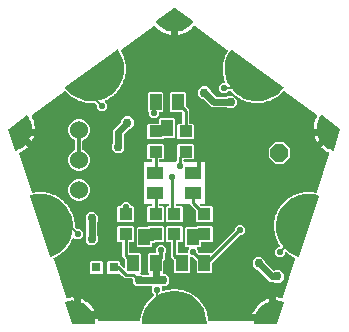
<source format=gbr>
G04 EAGLE Gerber RS-274X export*
G75*
%MOMM*%
%FSLAX34Y34*%
%LPD*%
%INTop Copper*%
%IPPOS*%
%AMOC8*
5,1,8,0,0,1.08239X$1,22.5*%
G01*
%ADD10R,1.378000X1.080000*%
%ADD11R,1.000000X1.400000*%
%ADD12R,1.100000X1.000000*%
%ADD13R,0.800000X0.800000*%
%ADD14P,1.649562X8X22.500000*%
%ADD15C,1.524000*%
%ADD16C,0.800000*%
%ADD17C,0.254000*%
%ADD18C,0.304800*%
%ADD19C,0.554800*%
%ADD20C,0.750000*%
%ADD21C,0.609600*%
%ADD22C,0.203200*%

G36*
X-67572Y-631D02*
X-67572Y-631D01*
X-67545Y-634D01*
X-67476Y-612D01*
X-67405Y-597D01*
X-67382Y-581D01*
X-67355Y-573D01*
X-67301Y-525D01*
X-67241Y-485D01*
X-67226Y-461D01*
X-67205Y-443D01*
X-67173Y-378D01*
X-67134Y-317D01*
X-67129Y-289D01*
X-67117Y-264D01*
X-67108Y-162D01*
X-67101Y-121D01*
X-67103Y-111D01*
X-67102Y-98D01*
X-67336Y2878D01*
X-67345Y2910D01*
X-67348Y2955D01*
X-67560Y3839D01*
X-64885Y3839D01*
X-64720Y2529D01*
X-64693Y2438D01*
X-64673Y2345D01*
X-64658Y2320D01*
X-64650Y2293D01*
X-64596Y2215D01*
X-64547Y2134D01*
X-64525Y2115D01*
X-64509Y2092D01*
X-64432Y2036D01*
X-64360Y1974D01*
X-64334Y1963D01*
X-64311Y1946D01*
X-64220Y1917D01*
X-64132Y1882D01*
X-64096Y1878D01*
X-64077Y1871D01*
X-64044Y1872D01*
X-63965Y1863D01*
X-29587Y1863D01*
X-29475Y1882D01*
X-29361Y1898D01*
X-29353Y1902D01*
X-29344Y1903D01*
X-29244Y1956D01*
X-29141Y2008D01*
X-29134Y2014D01*
X-29127Y2018D01*
X-29048Y2101D01*
X-28967Y2182D01*
X-28963Y2190D01*
X-28957Y2196D01*
X-28909Y2300D01*
X-28859Y2403D01*
X-28857Y2413D01*
X-28854Y2419D01*
X-28851Y2442D01*
X-28828Y2568D01*
X-28786Y3124D01*
X-28789Y3158D01*
X-28784Y3193D01*
X-28800Y3280D01*
X-28807Y3369D01*
X-28821Y3401D01*
X-28828Y3435D01*
X-28862Y3506D01*
X-28719Y4134D01*
X-28717Y4167D01*
X-28702Y4246D01*
X-28654Y4885D01*
X-28613Y4944D01*
X-28556Y5012D01*
X-28543Y5044D01*
X-28524Y5072D01*
X-28468Y5231D01*
X-27978Y7378D01*
X-27976Y7412D01*
X-27966Y7445D01*
X-27969Y7534D01*
X-27963Y7623D01*
X-27972Y7657D01*
X-27973Y7691D01*
X-27997Y7767D01*
X-27762Y8366D01*
X-27755Y8398D01*
X-27728Y8475D01*
X-27586Y9099D01*
X-27536Y9151D01*
X-27470Y9210D01*
X-27452Y9240D01*
X-27428Y9266D01*
X-27350Y9414D01*
X-26546Y11464D01*
X-26539Y11498D01*
X-26524Y11529D01*
X-26513Y11617D01*
X-26494Y11704D01*
X-26498Y11739D01*
X-26494Y11773D01*
X-26506Y11852D01*
X-26184Y12409D01*
X-26172Y12440D01*
X-26135Y12512D01*
X-25901Y13108D01*
X-25844Y13152D01*
X-25770Y13200D01*
X-25748Y13227D01*
X-25721Y13248D01*
X-25621Y13384D01*
X-24520Y15291D01*
X-24508Y15323D01*
X-24489Y15352D01*
X-24465Y15437D01*
X-24433Y15521D01*
X-24432Y15555D01*
X-24423Y15589D01*
X-24423Y15668D01*
X-24022Y16171D01*
X-24005Y16200D01*
X-23957Y16265D01*
X-23637Y16820D01*
X-23575Y16855D01*
X-23494Y16892D01*
X-23469Y16915D01*
X-23438Y16932D01*
X-23320Y17051D01*
X-21947Y18773D01*
X-21930Y18803D01*
X-21907Y18828D01*
X-21870Y18910D01*
X-21827Y18987D01*
X-21820Y19021D01*
X-21806Y19053D01*
X-21794Y19132D01*
X-21323Y19569D01*
X-21302Y19595D01*
X-21245Y19653D01*
X-20846Y20154D01*
X-20813Y20166D01*
X-20771Y20173D01*
X-20737Y20191D01*
X-20693Y20203D01*
X-20665Y20223D01*
X-20632Y20235D01*
X-20579Y20275D01*
X-20554Y20288D01*
X-20536Y20306D01*
X-20498Y20335D01*
X-18883Y21833D01*
X-18862Y21860D01*
X-18835Y21882D01*
X-18787Y21957D01*
X-18733Y22027D01*
X-18721Y22060D01*
X-18702Y22089D01*
X-18679Y22165D01*
X-18147Y22527D01*
X-18123Y22550D01*
X-18098Y22569D01*
X-18092Y22572D01*
X-18088Y22576D01*
X-18058Y22598D01*
X-17844Y22797D01*
X-17780Y22880D01*
X-17711Y22960D01*
X-17704Y22977D01*
X-17693Y22991D01*
X-17659Y23090D01*
X-17619Y23188D01*
X-17617Y23210D01*
X-17612Y23223D01*
X-17612Y23255D01*
X-17601Y23355D01*
X-17601Y24437D01*
X-17615Y24527D01*
X-17623Y24618D01*
X-17635Y24648D01*
X-17640Y24680D01*
X-17683Y24761D01*
X-17719Y24845D01*
X-17745Y24877D01*
X-17756Y24897D01*
X-17779Y24920D01*
X-17824Y24976D01*
X-19359Y26511D01*
X-19359Y30072D01*
X-18790Y30640D01*
X-18748Y30698D01*
X-18699Y30750D01*
X-18677Y30798D01*
X-18647Y30840D01*
X-18626Y30908D01*
X-18595Y30974D01*
X-18590Y31025D01*
X-18574Y31075D01*
X-18576Y31147D01*
X-18568Y31218D01*
X-18579Y31269D01*
X-18581Y31321D01*
X-18605Y31388D01*
X-18621Y31458D01*
X-18647Y31503D01*
X-18665Y31552D01*
X-18710Y31608D01*
X-18747Y31669D01*
X-18786Y31703D01*
X-18819Y31744D01*
X-18879Y31783D01*
X-18934Y31829D01*
X-18982Y31849D01*
X-19026Y31877D01*
X-19095Y31894D01*
X-19162Y31921D01*
X-19233Y31929D01*
X-19264Y31937D01*
X-19288Y31935D01*
X-19329Y31940D01*
X-26960Y31940D01*
X-27050Y31925D01*
X-27141Y31918D01*
X-27171Y31905D01*
X-27203Y31900D01*
X-27284Y31857D01*
X-27368Y31822D01*
X-27400Y31796D01*
X-27420Y31785D01*
X-27443Y31762D01*
X-27499Y31717D01*
X-27978Y31238D01*
X-32347Y31238D01*
X-35437Y34328D01*
X-35437Y37520D01*
X-35452Y37610D01*
X-35459Y37701D01*
X-35472Y37730D01*
X-35477Y37762D01*
X-35520Y37843D01*
X-35555Y37927D01*
X-35581Y37959D01*
X-35592Y37980D01*
X-35615Y38002D01*
X-35660Y38058D01*
X-35703Y38101D01*
X-35777Y38154D01*
X-35847Y38213D01*
X-35877Y38226D01*
X-35903Y38244D01*
X-35990Y38271D01*
X-36075Y38305D01*
X-36116Y38310D01*
X-36138Y38317D01*
X-36170Y38316D01*
X-36241Y38324D01*
X-42215Y38324D01*
X-44075Y40184D01*
X-45768Y41877D01*
X-45842Y41930D01*
X-45912Y41990D01*
X-45942Y42002D01*
X-45968Y42021D01*
X-46055Y42048D01*
X-46140Y42082D01*
X-46181Y42086D01*
X-46203Y42093D01*
X-46235Y42092D01*
X-46307Y42100D01*
X-55869Y42100D01*
X-56762Y42993D01*
X-56762Y52257D01*
X-55869Y53150D01*
X-46606Y53150D01*
X-45713Y52257D01*
X-45713Y50042D01*
X-45698Y49952D01*
X-45691Y49861D01*
X-45678Y49831D01*
X-45673Y49799D01*
X-45630Y49718D01*
X-45595Y49634D01*
X-45569Y49602D01*
X-45558Y49581D01*
X-45535Y49559D01*
X-45490Y49503D01*
X-42724Y46738D01*
X-42666Y46696D01*
X-42614Y46647D01*
X-42567Y46625D01*
X-42525Y46594D01*
X-42456Y46573D01*
X-42391Y46543D01*
X-42339Y46537D01*
X-42289Y46522D01*
X-42218Y46524D01*
X-42147Y46516D01*
X-42096Y46527D01*
X-42044Y46528D01*
X-41976Y46553D01*
X-41906Y46568D01*
X-41862Y46595D01*
X-41813Y46613D01*
X-41757Y46658D01*
X-41695Y46694D01*
X-41661Y46734D01*
X-41621Y46766D01*
X-41582Y46827D01*
X-41535Y46881D01*
X-41516Y46930D01*
X-41488Y46973D01*
X-41470Y47043D01*
X-41443Y47109D01*
X-41435Y47181D01*
X-41427Y47212D01*
X-41429Y47235D01*
X-41425Y47276D01*
X-41425Y53170D01*
X-41439Y53260D01*
X-41447Y53351D01*
X-41459Y53380D01*
X-41464Y53412D01*
X-41507Y53493D01*
X-41543Y53577D01*
X-41569Y53609D01*
X-41580Y53630D01*
X-41603Y53652D01*
X-41648Y53708D01*
X-42210Y54270D01*
X-44070Y56130D01*
X-44070Y68352D01*
X-44073Y68371D01*
X-44071Y68391D01*
X-44093Y68492D01*
X-44109Y68594D01*
X-44119Y68612D01*
X-44123Y68631D01*
X-44176Y68720D01*
X-44225Y68812D01*
X-44239Y68825D01*
X-44249Y68842D01*
X-44328Y68910D01*
X-44403Y68981D01*
X-44421Y68989D01*
X-44436Y69002D01*
X-44532Y69041D01*
X-44626Y69085D01*
X-44646Y69087D01*
X-44664Y69094D01*
X-44831Y69113D01*
X-47407Y69113D01*
X-48300Y70006D01*
X-48300Y81269D01*
X-47407Y82162D01*
X-35143Y82162D01*
X-34250Y81269D01*
X-34250Y70006D01*
X-35143Y69113D01*
X-37719Y69113D01*
X-37739Y69110D01*
X-37758Y69112D01*
X-37860Y69090D01*
X-37962Y69073D01*
X-37979Y69064D01*
X-37999Y69059D01*
X-38088Y69006D01*
X-38179Y68958D01*
X-38193Y68944D01*
X-38210Y68933D01*
X-38277Y68855D01*
X-38349Y68780D01*
X-38357Y68762D01*
X-38370Y68746D01*
X-38409Y68650D01*
X-38452Y68557D01*
X-38454Y68537D01*
X-38462Y68518D01*
X-38480Y68352D01*
X-38480Y60198D01*
X-38477Y60179D01*
X-38479Y60159D01*
X-38457Y60058D01*
X-38441Y59956D01*
X-38431Y59938D01*
X-38427Y59919D01*
X-38374Y59830D01*
X-38325Y59738D01*
X-38311Y59725D01*
X-38301Y59708D01*
X-38222Y59640D01*
X-38147Y59569D01*
X-38129Y59561D01*
X-38114Y59548D01*
X-38018Y59509D01*
X-37924Y59465D01*
X-37904Y59463D01*
X-37886Y59456D01*
X-37719Y59437D01*
X-29268Y59437D01*
X-28375Y58544D01*
X-28375Y43281D01*
X-28569Y43087D01*
X-28611Y43029D01*
X-28661Y42977D01*
X-28683Y42929D01*
X-28713Y42887D01*
X-28734Y42819D01*
X-28764Y42753D01*
X-28770Y42702D01*
X-28785Y42652D01*
X-28783Y42580D01*
X-28791Y42509D01*
X-28780Y42458D01*
X-28779Y42406D01*
X-28754Y42339D01*
X-28739Y42269D01*
X-28712Y42224D01*
X-28695Y42175D01*
X-28650Y42119D01*
X-28613Y42058D01*
X-28573Y42024D01*
X-28541Y41983D01*
X-28481Y41944D01*
X-28426Y41898D01*
X-28378Y41878D01*
X-28334Y41850D01*
X-28265Y41833D01*
X-28198Y41806D01*
X-28127Y41798D01*
X-28095Y41790D01*
X-28072Y41792D01*
X-28031Y41787D01*
X-27978Y41787D01*
X-27499Y41308D01*
X-27425Y41255D01*
X-27355Y41196D01*
X-27325Y41184D01*
X-27299Y41165D01*
X-27212Y41138D01*
X-27127Y41104D01*
X-27086Y41099D01*
X-27064Y41092D01*
X-27032Y41093D01*
X-26960Y41085D01*
X-22067Y41085D01*
X-21996Y41097D01*
X-21924Y41099D01*
X-21875Y41117D01*
X-21824Y41125D01*
X-21761Y41159D01*
X-21693Y41183D01*
X-21653Y41216D01*
X-21607Y41240D01*
X-21557Y41292D01*
X-21501Y41337D01*
X-21473Y41381D01*
X-21437Y41418D01*
X-21407Y41483D01*
X-21368Y41544D01*
X-21356Y41594D01*
X-21334Y41641D01*
X-21326Y41713D01*
X-21308Y41782D01*
X-21312Y41834D01*
X-21307Y41886D01*
X-21322Y41956D01*
X-21327Y42027D01*
X-21348Y42075D01*
X-21359Y42126D01*
X-21396Y42188D01*
X-21424Y42254D01*
X-21469Y42310D01*
X-21485Y42337D01*
X-21503Y42353D01*
X-21529Y42385D01*
X-22425Y43281D01*
X-22425Y58544D01*
X-21532Y59437D01*
X-16172Y59437D01*
X-16153Y59440D01*
X-16133Y59438D01*
X-16032Y59460D01*
X-15930Y59477D01*
X-15912Y59486D01*
X-15893Y59491D01*
X-15804Y59544D01*
X-15712Y59592D01*
X-15699Y59606D01*
X-15682Y59617D01*
X-15614Y59695D01*
X-15543Y59770D01*
X-15535Y59788D01*
X-15522Y59804D01*
X-15483Y59900D01*
X-15439Y59993D01*
X-15437Y60013D01*
X-15430Y60032D01*
X-15411Y60198D01*
X-15411Y63693D01*
X-12893Y66211D01*
X-9332Y66211D01*
X-6814Y63693D01*
X-6814Y60132D01*
X-7841Y59105D01*
X-7894Y59031D01*
X-7953Y58961D01*
X-7966Y58931D01*
X-7984Y58905D01*
X-8011Y58818D01*
X-8045Y58733D01*
X-8050Y58692D01*
X-8057Y58670D01*
X-8056Y58638D01*
X-8064Y58567D01*
X-8064Y54437D01*
X-9152Y53349D01*
X-9205Y53275D01*
X-9265Y53205D01*
X-9277Y53175D01*
X-9296Y53149D01*
X-9323Y53062D01*
X-9357Y52977D01*
X-9361Y52936D01*
X-9368Y52914D01*
X-9367Y52882D01*
X-9375Y52810D01*
X-9375Y43281D01*
X-9569Y43087D01*
X-9611Y43029D01*
X-9661Y42977D01*
X-9683Y42929D01*
X-9713Y42887D01*
X-9734Y42819D01*
X-9764Y42753D01*
X-9770Y42702D01*
X-9785Y42652D01*
X-9783Y42580D01*
X-9791Y42509D01*
X-9780Y42458D01*
X-9779Y42406D01*
X-9754Y42339D01*
X-9739Y42269D01*
X-9712Y42224D01*
X-9695Y42175D01*
X-9650Y42119D01*
X-9613Y42058D01*
X-9573Y42024D01*
X-9541Y41983D01*
X-9481Y41944D01*
X-9426Y41898D01*
X-9378Y41878D01*
X-9334Y41850D01*
X-9265Y41833D01*
X-9198Y41806D01*
X-9127Y41798D01*
X-9095Y41790D01*
X-9072Y41792D01*
X-9031Y41787D01*
X-7340Y41787D01*
X-4250Y38697D01*
X-4250Y34328D01*
X-7340Y31238D01*
X-10089Y31238D01*
X-10160Y31226D01*
X-10232Y31224D01*
X-10281Y31206D01*
X-10332Y31198D01*
X-10396Y31164D01*
X-10463Y31140D01*
X-10504Y31107D01*
X-10550Y31083D01*
X-10599Y31031D01*
X-10655Y30986D01*
X-10683Y30942D01*
X-10719Y30905D01*
X-10749Y30839D01*
X-10788Y30779D01*
X-10801Y30729D01*
X-10823Y30682D01*
X-10830Y30610D01*
X-10848Y30541D01*
X-10844Y30489D01*
X-10850Y30437D01*
X-10834Y30367D01*
X-10829Y30295D01*
X-10808Y30248D01*
X-10797Y30197D01*
X-10761Y30136D01*
X-10761Y27995D01*
X-10759Y27980D01*
X-10761Y27965D01*
X-10739Y27859D01*
X-10722Y27752D01*
X-10714Y27739D01*
X-10711Y27724D01*
X-10657Y27631D01*
X-10606Y27535D01*
X-10595Y27525D01*
X-10588Y27511D01*
X-10506Y27440D01*
X-10428Y27366D01*
X-10414Y27359D01*
X-10403Y27349D01*
X-10251Y27277D01*
X-10061Y27210D01*
X-10027Y27204D01*
X-9995Y27190D01*
X-9906Y27183D01*
X-9819Y27167D01*
X-9784Y27173D01*
X-9750Y27170D01*
X-9585Y27201D01*
X-7481Y27850D01*
X-7450Y27866D01*
X-7416Y27873D01*
X-7340Y27920D01*
X-7261Y27960D01*
X-7236Y27984D01*
X-7207Y28002D01*
X-7153Y28061D01*
X-6516Y28157D01*
X-6485Y28167D01*
X-6405Y28182D01*
X-5793Y28371D01*
X-5724Y28354D01*
X-5639Y28326D01*
X-5605Y28326D01*
X-5571Y28318D01*
X-5403Y28324D01*
X-3226Y28652D01*
X-3193Y28663D01*
X-3158Y28666D01*
X-3077Y28701D01*
X-2992Y28728D01*
X-2964Y28749D01*
X-2932Y28762D01*
X-2870Y28812D01*
X-2227Y28812D01*
X-2194Y28817D01*
X-2113Y28820D01*
X-1480Y28916D01*
X-1413Y28889D01*
X-1334Y28848D01*
X-1300Y28843D01*
X-1268Y28830D01*
X-1101Y28812D01*
X1101Y28812D01*
X1135Y28817D01*
X1170Y28815D01*
X1256Y28837D01*
X1344Y28851D01*
X1374Y28868D01*
X1408Y28876D01*
X1477Y28916D01*
X2113Y28820D01*
X2146Y28821D01*
X2227Y28812D01*
X2867Y28812D01*
X2929Y28775D01*
X3001Y28723D01*
X3034Y28713D01*
X3064Y28696D01*
X3226Y28652D01*
X5403Y28324D01*
X5438Y28325D01*
X5472Y28317D01*
X5560Y28326D01*
X5649Y28327D01*
X5682Y28339D01*
X5717Y28342D01*
X5790Y28372D01*
X6405Y28182D01*
X6438Y28177D01*
X6516Y28157D01*
X7150Y28061D01*
X7205Y28016D01*
X7269Y27954D01*
X7300Y27939D01*
X7327Y27917D01*
X7481Y27850D01*
X9585Y27201D01*
X9619Y27196D01*
X9652Y27184D01*
X9741Y27180D01*
X9829Y27168D01*
X9863Y27174D01*
X9897Y27172D01*
X9975Y27190D01*
X10555Y26911D01*
X10586Y26902D01*
X10661Y26869D01*
X11273Y26681D01*
X11321Y26628D01*
X11374Y26557D01*
X11403Y26537D01*
X11426Y26512D01*
X11569Y26423D01*
X13553Y25467D01*
X13586Y25457D01*
X13616Y25440D01*
X13703Y25423D01*
X13788Y25398D01*
X13823Y25399D01*
X13857Y25392D01*
X13936Y25398D01*
X14468Y25036D01*
X14498Y25022D01*
X14567Y24979D01*
X15144Y24701D01*
X15183Y24641D01*
X15226Y24563D01*
X15251Y24540D01*
X15271Y24511D01*
X15398Y24402D01*
X17217Y23161D01*
X17249Y23147D01*
X17276Y23125D01*
X17360Y23095D01*
X17440Y23057D01*
X17475Y23054D01*
X17507Y23042D01*
X17587Y23036D01*
X18058Y22598D01*
X18086Y22580D01*
X18147Y22527D01*
X18676Y22167D01*
X18687Y22145D01*
X18688Y22137D01*
X18697Y22122D01*
X18707Y22102D01*
X18737Y22018D01*
X18759Y21991D01*
X18774Y21960D01*
X18883Y21833D01*
X20498Y20335D01*
X20526Y20316D01*
X20550Y20290D01*
X20588Y20270D01*
X20619Y20244D01*
X20660Y20227D01*
X20703Y20199D01*
X20736Y20190D01*
X20766Y20174D01*
X20827Y20160D01*
X20847Y20152D01*
X21245Y19653D01*
X21251Y19648D01*
X21254Y19642D01*
X21276Y19624D01*
X21323Y19569D01*
X21792Y19134D01*
X21813Y19065D01*
X21830Y18978D01*
X21848Y18948D01*
X21858Y18915D01*
X21947Y18773D01*
X23320Y17051D01*
X23346Y17028D01*
X23365Y17000D01*
X23436Y16946D01*
X23502Y16886D01*
X23534Y16873D01*
X23562Y16852D01*
X23636Y16823D01*
X23958Y16265D01*
X23978Y16240D01*
X24022Y16171D01*
X24421Y15671D01*
X24431Y15600D01*
X24435Y15511D01*
X24448Y15479D01*
X24453Y15444D01*
X24520Y15291D01*
X25621Y13384D01*
X25643Y13357D01*
X25658Y13326D01*
X25721Y13262D01*
X25777Y13193D01*
X25806Y13175D01*
X25831Y13150D01*
X25900Y13111D01*
X26135Y12512D01*
X26151Y12483D01*
X26184Y12409D01*
X26504Y11854D01*
X26504Y11783D01*
X26495Y11694D01*
X26502Y11660D01*
X26502Y11626D01*
X26546Y11464D01*
X27350Y9414D01*
X27368Y9384D01*
X27378Y9351D01*
X27430Y9279D01*
X27476Y9203D01*
X27502Y9180D01*
X27523Y9152D01*
X27585Y9102D01*
X27728Y8475D01*
X27740Y8444D01*
X27762Y8366D01*
X27995Y7770D01*
X27984Y7699D01*
X27962Y7613D01*
X27965Y7579D01*
X27959Y7544D01*
X27978Y7378D01*
X28468Y5231D01*
X28481Y5199D01*
X28487Y5165D01*
X28528Y5085D01*
X28561Y5003D01*
X28584Y4977D01*
X28600Y4946D01*
X28654Y4888D01*
X28702Y4246D01*
X28710Y4214D01*
X28719Y4134D01*
X28861Y3509D01*
X28840Y3441D01*
X28805Y3359D01*
X28803Y3324D01*
X28792Y3291D01*
X28786Y3124D01*
X28828Y2568D01*
X28855Y2456D01*
X28879Y2345D01*
X28883Y2337D01*
X28885Y2329D01*
X28946Y2232D01*
X29005Y2134D01*
X29012Y2128D01*
X29016Y2120D01*
X29105Y2048D01*
X29192Y1974D01*
X29200Y1970D01*
X29207Y1965D01*
X29314Y1925D01*
X29420Y1882D01*
X29431Y1881D01*
X29437Y1878D01*
X29460Y1877D01*
X29587Y1863D01*
X63965Y1863D01*
X64059Y1879D01*
X64154Y1887D01*
X64180Y1898D01*
X64208Y1903D01*
X64292Y1948D01*
X64379Y1986D01*
X64400Y2005D01*
X64425Y2018D01*
X64491Y2087D01*
X64561Y2151D01*
X64575Y2176D01*
X64594Y2196D01*
X64635Y2283D01*
X64681Y2366D01*
X64689Y2401D01*
X64698Y2419D01*
X64702Y2452D01*
X64720Y2529D01*
X64885Y3839D01*
X67560Y3839D01*
X67348Y2955D01*
X67347Y2922D01*
X67336Y2878D01*
X67102Y-98D01*
X67106Y-126D01*
X67101Y-154D01*
X67118Y-224D01*
X67127Y-296D01*
X67141Y-320D01*
X67147Y-347D01*
X67190Y-406D01*
X67226Y-468D01*
X67248Y-485D01*
X67265Y-508D01*
X67327Y-544D01*
X67385Y-588D01*
X67412Y-595D01*
X67436Y-609D01*
X67537Y-626D01*
X67577Y-636D01*
X67588Y-635D01*
X67600Y-637D01*
X86600Y-637D01*
X86629Y-631D01*
X86659Y-633D01*
X86726Y-611D01*
X86795Y-597D01*
X86820Y-580D01*
X86848Y-571D01*
X86901Y-524D01*
X86959Y-485D01*
X86975Y-459D01*
X86997Y-440D01*
X87043Y-354D01*
X87066Y-317D01*
X87068Y-305D01*
X87075Y-292D01*
X92975Y17808D01*
X92978Y17836D01*
X92989Y17862D01*
X92989Y17934D01*
X92997Y18005D01*
X92989Y18033D01*
X92989Y18061D01*
X92962Y18127D01*
X92941Y18196D01*
X92923Y18218D01*
X92912Y18244D01*
X92861Y18294D01*
X92815Y18350D01*
X92790Y18363D01*
X92770Y18383D01*
X92676Y18423D01*
X92639Y18442D01*
X92628Y18443D01*
X92616Y18448D01*
X89713Y19144D01*
X89680Y19145D01*
X89636Y19156D01*
X86660Y19390D01*
X86627Y19386D01*
X86581Y19390D01*
X84123Y19196D01*
X84123Y21819D01*
X86620Y21977D01*
X89391Y21803D01*
X90834Y21528D01*
X90929Y21526D01*
X91024Y21516D01*
X91052Y21522D01*
X91080Y21522D01*
X91171Y21550D01*
X91264Y21571D01*
X91288Y21586D01*
X91315Y21594D01*
X91392Y21649D01*
X91474Y21699D01*
X91492Y21721D01*
X91515Y21737D01*
X91570Y21815D01*
X91631Y21888D01*
X91646Y21920D01*
X91658Y21937D01*
X91668Y21969D01*
X91701Y22041D01*
X102314Y54715D01*
X102332Y54828D01*
X102352Y54941D01*
X102350Y54950D01*
X102352Y54959D01*
X102332Y55071D01*
X102315Y55184D01*
X102311Y55192D01*
X102309Y55201D01*
X102255Y55301D01*
X102203Y55403D01*
X102196Y55409D01*
X102192Y55417D01*
X102109Y55494D01*
X102027Y55574D01*
X102017Y55580D01*
X102012Y55584D01*
X101990Y55594D01*
X101879Y55655D01*
X101350Y55872D01*
X101316Y55880D01*
X101285Y55896D01*
X101197Y55908D01*
X101110Y55928D01*
X101075Y55924D01*
X101041Y55929D01*
X100962Y55918D01*
X100410Y56249D01*
X100379Y56261D01*
X100308Y56300D01*
X99716Y56543D01*
X99673Y56600D01*
X99625Y56675D01*
X99599Y56698D01*
X99578Y56725D01*
X99444Y56827D01*
X97558Y57955D01*
X97526Y57968D01*
X97497Y57988D01*
X97412Y58013D01*
X97329Y58046D01*
X97294Y58047D01*
X97261Y58057D01*
X97182Y58058D01*
X96685Y58467D01*
X96657Y58484D01*
X96592Y58533D01*
X96042Y58862D01*
X96008Y58925D01*
X95973Y59006D01*
X95949Y59032D01*
X95933Y59062D01*
X95816Y59183D01*
X94641Y60150D01*
X94610Y60168D01*
X94585Y60192D01*
X94505Y60229D01*
X94428Y60274D01*
X94394Y60281D01*
X94362Y60295D01*
X94274Y60305D01*
X94187Y60323D01*
X94152Y60319D01*
X94117Y60323D01*
X94031Y60304D01*
X93943Y60293D01*
X93911Y60278D01*
X93877Y60270D01*
X93801Y60225D01*
X93721Y60187D01*
X93696Y60162D01*
X93666Y60144D01*
X93608Y60077D01*
X93545Y60015D01*
X93529Y59984D01*
X93506Y59957D01*
X93473Y59875D01*
X93432Y59796D01*
X93427Y59762D01*
X93414Y59729D01*
X93396Y59562D01*
X93396Y58347D01*
X90878Y55829D01*
X87316Y55829D01*
X84798Y58347D01*
X84798Y61909D01*
X87316Y64427D01*
X89018Y64427D01*
X89133Y64446D01*
X89250Y64463D01*
X89255Y64466D01*
X89260Y64467D01*
X89364Y64522D01*
X89469Y64575D01*
X89473Y64579D01*
X89478Y64582D01*
X89559Y64667D01*
X89641Y64751D01*
X89643Y64756D01*
X89647Y64760D01*
X89697Y64867D01*
X89748Y64973D01*
X89748Y64978D01*
X89751Y64983D01*
X89764Y65099D01*
X89778Y65217D01*
X89777Y65222D01*
X89778Y65228D01*
X89753Y65342D01*
X89729Y65458D01*
X89726Y65464D01*
X89726Y65468D01*
X89717Y65482D01*
X89653Y65607D01*
X88597Y67209D01*
X88573Y67235D01*
X88556Y67265D01*
X88490Y67325D01*
X88430Y67390D01*
X88400Y67407D01*
X88374Y67430D01*
X88303Y67465D01*
X88033Y68050D01*
X88014Y68077D01*
X87977Y68149D01*
X87625Y68684D01*
X87621Y68755D01*
X87625Y68844D01*
X87615Y68877D01*
X87613Y68912D01*
X87560Y69071D01*
X86637Y71066D01*
X86618Y71095D01*
X86605Y71127D01*
X86549Y71196D01*
X86499Y71270D01*
X86472Y71291D01*
X86450Y71318D01*
X86385Y71363D01*
X86205Y71981D01*
X86190Y72011D01*
X86165Y72088D01*
X85896Y72669D01*
X85903Y72740D01*
X85920Y72828D01*
X85915Y72862D01*
X85918Y72896D01*
X85889Y73062D01*
X85274Y75172D01*
X85261Y75200D01*
X85256Y75223D01*
X85254Y75225D01*
X85252Y75237D01*
X85206Y75314D01*
X85168Y75394D01*
X85144Y75419D01*
X85126Y75449D01*
X85069Y75503D01*
X84983Y76141D01*
X84973Y76173D01*
X84959Y76253D01*
X84780Y76867D01*
X84798Y76937D01*
X84827Y77021D01*
X84828Y77055D01*
X84836Y77089D01*
X84832Y77257D01*
X84538Y79435D01*
X84528Y79468D01*
X84526Y79503D01*
X84493Y79585D01*
X84467Y79670D01*
X84447Y79699D01*
X84433Y79731D01*
X84385Y79793D01*
X84395Y80437D01*
X84390Y80470D01*
X84388Y80551D01*
X84302Y81185D01*
X84330Y81251D01*
X84372Y81330D01*
X84378Y81364D01*
X84391Y81396D01*
X84412Y81562D01*
X84446Y83760D01*
X84441Y83794D01*
X84444Y83829D01*
X84423Y83916D01*
X84410Y84004D01*
X84395Y84034D01*
X84386Y84068D01*
X84348Y84137D01*
X84454Y84772D01*
X84454Y84805D01*
X84464Y84886D01*
X84474Y85526D01*
X84511Y85587D01*
X84564Y85659D01*
X84575Y85692D01*
X84593Y85721D01*
X84639Y85883D01*
X85000Y88051D01*
X85000Y88086D01*
X85008Y88119D01*
X85000Y88208D01*
X85001Y88297D01*
X84990Y88330D01*
X84987Y88364D01*
X84959Y88439D01*
X85158Y89050D01*
X85163Y89083D01*
X85185Y89161D01*
X85290Y89793D01*
X85336Y89848D01*
X85399Y89910D01*
X85415Y89941D01*
X85437Y89968D01*
X85506Y90121D01*
X86187Y92211D01*
X86191Y92241D01*
X86194Y92247D01*
X86195Y92252D01*
X86205Y92277D01*
X86211Y92366D01*
X86224Y92454D01*
X86220Y92479D01*
X86221Y92491D01*
X86219Y92502D01*
X86220Y92523D01*
X86204Y92600D01*
X86492Y93176D01*
X86502Y93208D01*
X86535Y93281D01*
X86733Y93890D01*
X86787Y93938D01*
X86859Y93990D01*
X86879Y94019D01*
X86905Y94042D01*
X86996Y94182D01*
X87980Y96148D01*
X87991Y96181D01*
X88008Y96211D01*
X88027Y96298D01*
X88053Y96383D01*
X88053Y96417D01*
X88060Y96451D01*
X88055Y96530D01*
X88426Y97057D01*
X88440Y97086D01*
X88484Y97154D01*
X88771Y97727D01*
X88831Y97766D01*
X88910Y97807D01*
X88934Y97832D01*
X88963Y97851D01*
X89074Y97977D01*
X90341Y99773D01*
X90356Y99805D01*
X90378Y99831D01*
X90409Y99915D01*
X90448Y99995D01*
X90452Y100029D01*
X90465Y100061D01*
X90472Y100140D01*
X90917Y100605D01*
X90935Y100633D01*
X90989Y100693D01*
X91358Y101217D01*
X91423Y101246D01*
X91507Y101275D01*
X91535Y101297D01*
X91566Y101311D01*
X91695Y101419D01*
X93215Y103007D01*
X93234Y103035D01*
X93260Y103058D01*
X93304Y103136D01*
X93354Y103209D01*
X93363Y103243D01*
X93380Y103273D01*
X93399Y103350D01*
X93908Y103744D01*
X93931Y103768D01*
X93993Y103820D01*
X94436Y104282D01*
X94505Y104302D01*
X94592Y104318D01*
X94623Y104335D01*
X94656Y104344D01*
X94799Y104432D01*
X96539Y105775D01*
X96563Y105801D01*
X96592Y105820D01*
X96646Y105890D01*
X96707Y105955D01*
X96721Y105987D01*
X96742Y106014D01*
X96772Y106088D01*
X97335Y106401D01*
X97360Y106421D01*
X97430Y106463D01*
X97937Y106855D01*
X98008Y106864D01*
X98097Y106867D01*
X98129Y106879D01*
X98163Y106883D01*
X98318Y106948D01*
X100239Y108018D01*
X100266Y108039D01*
X100297Y108054D01*
X100362Y108115D01*
X100431Y108170D01*
X100450Y108200D01*
X100475Y108224D01*
X100516Y108292D01*
X101119Y108517D01*
X101147Y108534D01*
X101222Y108565D01*
X101781Y108877D01*
X101853Y108875D01*
X101942Y108865D01*
X101975Y108872D01*
X102010Y108871D01*
X102173Y108912D01*
X104231Y109684D01*
X104261Y109701D01*
X104294Y109711D01*
X104367Y109762D01*
X104444Y109806D01*
X104467Y109832D01*
X104496Y109852D01*
X104546Y109913D01*
X105176Y110047D01*
X105207Y110059D01*
X105285Y110079D01*
X105885Y110303D01*
X105955Y110291D01*
X106041Y110268D01*
X106076Y110270D01*
X106110Y110264D01*
X106277Y110280D01*
X108427Y110736D01*
X108460Y110748D01*
X108494Y110753D01*
X108509Y110761D01*
X108515Y110762D01*
X108568Y110790D01*
X108574Y110793D01*
X108657Y110825D01*
X108683Y110847D01*
X108714Y110863D01*
X108727Y110874D01*
X108732Y110877D01*
X108745Y110891D01*
X108773Y110916D01*
X109415Y110954D01*
X109448Y110961D01*
X109528Y110969D01*
X110155Y111102D01*
X110223Y111079D01*
X110304Y111043D01*
X110339Y111040D01*
X110372Y111029D01*
X110539Y111021D01*
X112733Y111151D01*
X112767Y111159D01*
X112802Y111158D01*
X112887Y111185D01*
X112973Y111205D01*
X113003Y111223D01*
X113036Y111234D01*
X113102Y111277D01*
X113743Y111219D01*
X113776Y111222D01*
X113857Y111218D01*
X114496Y111256D01*
X114560Y111223D01*
X114635Y111175D01*
X114669Y111167D01*
X114700Y111151D01*
X114864Y111118D01*
X117053Y110920D01*
X117088Y110922D01*
X117122Y110917D01*
X117210Y110931D01*
X117299Y110937D01*
X117331Y110951D01*
X117365Y110956D01*
X117437Y110990D01*
X118062Y110837D01*
X118095Y110834D01*
X118174Y110818D01*
X118812Y110760D01*
X118870Y110718D01*
X118938Y110660D01*
X118970Y110647D01*
X118998Y110627D01*
X119155Y110569D01*
X119675Y110442D01*
X119789Y110433D01*
X119904Y110422D01*
X119912Y110424D01*
X119920Y110423D01*
X120031Y110451D01*
X120143Y110477D01*
X120151Y110481D01*
X120159Y110483D01*
X120255Y110545D01*
X120353Y110605D01*
X120359Y110612D01*
X120366Y110616D01*
X120437Y110705D01*
X120511Y110794D01*
X120515Y110803D01*
X120520Y110808D01*
X120527Y110830D01*
X120580Y110946D01*
X131233Y143743D01*
X131248Y143837D01*
X131269Y143930D01*
X131266Y143958D01*
X131271Y143986D01*
X131254Y144080D01*
X131245Y144175D01*
X131233Y144200D01*
X131228Y144228D01*
X131183Y144312D01*
X131144Y144399D01*
X131124Y144420D01*
X131111Y144444D01*
X131041Y144509D01*
X130976Y144579D01*
X130946Y144598D01*
X130931Y144612D01*
X130901Y144625D01*
X130833Y144667D01*
X130273Y144930D01*
X129536Y145277D01*
X127792Y146383D01*
X127197Y146760D01*
X125546Y148125D01*
X125545Y148125D01*
X125061Y148525D01*
X123164Y150544D01*
X121535Y152785D01*
X120199Y155212D01*
X119178Y157788D01*
X118488Y160471D01*
X118429Y160939D01*
X121069Y160939D01*
X121626Y158626D01*
X121640Y158595D01*
X121650Y158551D01*
X122790Y155800D01*
X122809Y155773D01*
X122826Y155730D01*
X124383Y153192D01*
X124406Y153168D01*
X124429Y153129D01*
X126364Y150865D01*
X126390Y150844D01*
X126419Y150809D01*
X128685Y148876D01*
X128714Y148860D01*
X128748Y148830D01*
X131288Y147275D01*
X131319Y147264D01*
X131357Y147240D01*
X134109Y146101D01*
X134137Y146096D01*
X134163Y146083D01*
X134234Y146077D01*
X134304Y146063D01*
X134332Y146069D01*
X134361Y146067D01*
X134429Y146090D01*
X134499Y146105D01*
X134522Y146121D01*
X134550Y146130D01*
X134603Y146177D01*
X134662Y146218D01*
X134677Y146243D01*
X134699Y146262D01*
X134745Y146351D01*
X134767Y146387D01*
X134769Y146398D01*
X134775Y146409D01*
X140575Y164409D01*
X140578Y164438D01*
X140590Y164464D01*
X140589Y164536D01*
X140597Y164607D01*
X140589Y164634D01*
X140589Y164663D01*
X140561Y164729D01*
X140540Y164798D01*
X140522Y164820D01*
X140511Y164846D01*
X140441Y164918D01*
X140414Y164951D01*
X140404Y164956D01*
X140395Y164965D01*
X125095Y176165D01*
X125068Y176178D01*
X125046Y176197D01*
X124979Y176219D01*
X124914Y176249D01*
X124885Y176249D01*
X124857Y176258D01*
X124787Y176252D01*
X124716Y176255D01*
X124688Y176244D01*
X124659Y176242D01*
X124596Y176208D01*
X124530Y176183D01*
X124509Y176162D01*
X124484Y176149D01*
X124418Y176074D01*
X124388Y176044D01*
X124383Y176034D01*
X124374Y176023D01*
X122819Y173483D01*
X122808Y173452D01*
X122784Y173414D01*
X121645Y170662D01*
X121639Y170629D01*
X121621Y170587D01*
X120927Y167692D01*
X120926Y167658D01*
X120915Y167614D01*
X120682Y164645D01*
X120686Y164612D01*
X120682Y164567D01*
X120728Y163986D01*
X118139Y163986D01*
X118139Y165990D01*
X118485Y168739D01*
X119173Y171423D01*
X120192Y174000D01*
X120410Y174397D01*
X120410Y174398D01*
X120872Y175238D01*
X120904Y175328D01*
X120942Y175415D01*
X120945Y175443D01*
X120954Y175470D01*
X120956Y175565D01*
X120964Y175660D01*
X120957Y175688D01*
X120958Y175716D01*
X120929Y175806D01*
X120907Y175899D01*
X120892Y175923D01*
X120883Y175950D01*
X120827Y176027D01*
X120776Y176108D01*
X120750Y176132D01*
X120737Y176149D01*
X120710Y176168D01*
X120652Y176221D01*
X92778Y196475D01*
X92676Y196526D01*
X92574Y196580D01*
X92566Y196581D01*
X92558Y196585D01*
X92445Y196601D01*
X92332Y196620D01*
X92323Y196619D01*
X92315Y196620D01*
X92202Y196599D01*
X92089Y196581D01*
X92081Y196577D01*
X92073Y196575D01*
X91972Y196519D01*
X91871Y196466D01*
X91864Y196459D01*
X91858Y196456D01*
X91843Y196439D01*
X91750Y196351D01*
X91431Y195975D01*
X91414Y195945D01*
X91389Y195920D01*
X91351Y195840D01*
X91305Y195764D01*
X91297Y195730D01*
X91282Y195699D01*
X91268Y195621D01*
X90784Y195197D01*
X90763Y195171D01*
X90704Y195116D01*
X90291Y194627D01*
X90223Y194603D01*
X90137Y194582D01*
X90107Y194563D01*
X90075Y194551D01*
X89937Y194456D01*
X88281Y193006D01*
X88259Y192979D01*
X88231Y192959D01*
X88181Y192885D01*
X88124Y192816D01*
X88112Y192784D01*
X88092Y192755D01*
X88067Y192680D01*
X87525Y192333D01*
X87500Y192311D01*
X87434Y192265D01*
X86952Y191843D01*
X86881Y191830D01*
X86793Y191822D01*
X86761Y191807D01*
X86727Y191801D01*
X86576Y191727D01*
X84723Y190540D01*
X84697Y190517D01*
X84666Y190501D01*
X84606Y190436D01*
X84540Y190376D01*
X84523Y190346D01*
X84499Y190321D01*
X84463Y190250D01*
X83875Y189988D01*
X83847Y189970D01*
X83775Y189934D01*
X83235Y189589D01*
X83163Y189586D01*
X83075Y189591D01*
X83041Y189582D01*
X83007Y189580D01*
X82847Y189529D01*
X80837Y188633D01*
X80808Y188613D01*
X80775Y188602D01*
X80706Y188546D01*
X80631Y188497D01*
X80610Y188470D01*
X80583Y188448D01*
X80536Y188384D01*
X79916Y188212D01*
X79886Y188199D01*
X79809Y188174D01*
X79224Y187913D01*
X79153Y187921D01*
X79066Y187939D01*
X79031Y187935D01*
X78997Y187939D01*
X78831Y187912D01*
X76710Y187325D01*
X76679Y187311D01*
X76645Y187304D01*
X76568Y187259D01*
X76487Y187222D01*
X76461Y187198D01*
X76431Y187181D01*
X76376Y187124D01*
X75737Y187047D01*
X75705Y187038D01*
X75625Y187025D01*
X75008Y186854D01*
X74939Y186873D01*
X74856Y186903D01*
X74821Y186904D01*
X74787Y186913D01*
X74620Y186912D01*
X72435Y186647D01*
X72401Y186638D01*
X72367Y186636D01*
X72284Y186603D01*
X72198Y186579D01*
X72170Y186559D01*
X72138Y186546D01*
X72074Y186498D01*
X71431Y186517D01*
X71398Y186513D01*
X71317Y186512D01*
X70681Y186435D01*
X70616Y186464D01*
X70538Y186507D01*
X70504Y186513D01*
X70472Y186527D01*
X70306Y186550D01*
X68106Y186614D01*
X68071Y186610D01*
X68037Y186613D01*
X67950Y186593D01*
X67862Y186582D01*
X67831Y186566D01*
X67797Y186559D01*
X67727Y186521D01*
X67094Y186635D01*
X67061Y186636D01*
X66981Y186647D01*
X66341Y186666D01*
X66297Y186693D01*
X66246Y186737D01*
X66227Y186744D01*
X66209Y186758D01*
X66177Y186769D01*
X66147Y186788D01*
X66043Y186819D01*
X66018Y186829D01*
X66004Y186830D01*
X65986Y186835D01*
X63820Y187227D01*
X63786Y187227D01*
X63752Y187236D01*
X63664Y187229D01*
X63575Y187231D01*
X63541Y187220D01*
X63507Y187218D01*
X63432Y187191D01*
X62823Y187398D01*
X62791Y187404D01*
X62713Y187427D01*
X62083Y187541D01*
X62028Y187588D01*
X61967Y187652D01*
X61936Y187667D01*
X61909Y187690D01*
X61758Y187761D01*
X59674Y188471D01*
X59640Y188477D01*
X59608Y188490D01*
X59519Y188497D01*
X59432Y188512D01*
X59397Y188506D01*
X59363Y188509D01*
X59285Y188493D01*
X58713Y188790D01*
X58682Y188800D01*
X58609Y188834D01*
X58003Y189041D01*
X57956Y189095D01*
X57904Y189167D01*
X57876Y189188D01*
X57854Y189214D01*
X57714Y189307D01*
X55760Y190320D01*
X55727Y190330D01*
X55697Y190348D01*
X55611Y190368D01*
X55526Y190396D01*
X55491Y190396D01*
X55458Y190403D01*
X55378Y190400D01*
X54857Y190778D01*
X54828Y190792D01*
X54761Y190837D01*
X54192Y191132D01*
X54154Y191193D01*
X54113Y191272D01*
X54089Y191296D01*
X54070Y191326D01*
X53946Y191438D01*
X52165Y192731D01*
X52134Y192746D01*
X52107Y192769D01*
X52024Y192801D01*
X51945Y192841D01*
X51911Y192846D01*
X51878Y192859D01*
X51799Y192867D01*
X51340Y193318D01*
X51313Y193337D01*
X51254Y193392D01*
X50904Y193645D01*
X50847Y193674D01*
X50796Y193711D01*
X50744Y193727D01*
X50742Y193752D01*
X50707Y193834D01*
X50679Y193918D01*
X50658Y193946D01*
X50644Y193977D01*
X50538Y194108D01*
X48969Y195651D01*
X48941Y195671D01*
X48918Y195697D01*
X48841Y195742D01*
X48768Y195793D01*
X48735Y195803D01*
X48705Y195820D01*
X48628Y195840D01*
X48244Y196352D01*
X48228Y196367D01*
X48217Y196386D01*
X48139Y196452D01*
X48066Y196522D01*
X48046Y196531D01*
X48030Y196546D01*
X47935Y196584D01*
X47843Y196627D01*
X47822Y196629D01*
X47802Y196638D01*
X47635Y196656D01*
X45957Y196656D01*
X45867Y196641D01*
X45776Y196634D01*
X45746Y196622D01*
X45714Y196616D01*
X45634Y196574D01*
X45550Y196538D01*
X45518Y196512D01*
X45497Y196501D01*
X45475Y196478D01*
X45419Y196433D01*
X43884Y194898D01*
X40323Y194898D01*
X37804Y197416D01*
X37804Y200977D01*
X40323Y203496D01*
X42413Y203496D01*
X42445Y203501D01*
X42478Y203498D01*
X42566Y203521D01*
X42656Y203535D01*
X42685Y203551D01*
X42716Y203559D01*
X42793Y203608D01*
X42873Y203650D01*
X42896Y203674D01*
X42923Y203692D01*
X42980Y203763D01*
X43042Y203829D01*
X43056Y203858D01*
X43077Y203884D01*
X43142Y204038D01*
X43196Y204217D01*
X43200Y204252D01*
X43213Y204284D01*
X43216Y204373D01*
X43227Y204461D01*
X43221Y204495D01*
X43222Y204530D01*
X43183Y204693D01*
X42439Y206765D01*
X42422Y206795D01*
X42413Y206828D01*
X42363Y206902D01*
X42320Y206980D01*
X42294Y207003D01*
X42274Y207032D01*
X42214Y207083D01*
X42089Y207714D01*
X42077Y207745D01*
X42059Y207824D01*
X41842Y208427D01*
X41856Y208497D01*
X41880Y208583D01*
X41878Y208617D01*
X41885Y208651D01*
X41871Y208818D01*
X41444Y210977D01*
X41432Y211010D01*
X41427Y211044D01*
X41389Y211125D01*
X41358Y211208D01*
X41336Y211235D01*
X41321Y211266D01*
X41268Y211326D01*
X41239Y211969D01*
X41232Y212001D01*
X41232Y212006D01*
X41232Y212008D01*
X41231Y212010D01*
X41225Y212082D01*
X41101Y212710D01*
X41125Y212777D01*
X41162Y212858D01*
X41165Y212893D01*
X41177Y212926D01*
X41188Y213093D01*
X41087Y215292D01*
X41080Y215326D01*
X41081Y215360D01*
X41055Y215445D01*
X41036Y215532D01*
X41019Y215562D01*
X41009Y215595D01*
X40966Y215662D01*
X41033Y216302D01*
X41031Y216335D01*
X41036Y216416D01*
X41007Y217056D01*
X41040Y217119D01*
X41089Y217194D01*
X41098Y217227D01*
X41114Y217258D01*
X41149Y217422D01*
X41378Y219611D01*
X41376Y219645D01*
X41382Y219680D01*
X41369Y219768D01*
X41364Y219856D01*
X41351Y219889D01*
X41345Y219923D01*
X41313Y219995D01*
X41474Y220618D01*
X41477Y220651D01*
X41495Y220730D01*
X41561Y221367D01*
X41604Y221425D01*
X41663Y221491D01*
X41676Y221523D01*
X41697Y221551D01*
X41757Y221708D01*
X42309Y223838D01*
X42312Y223873D01*
X42323Y223906D01*
X42323Y223995D01*
X42331Y224083D01*
X42323Y224117D01*
X42323Y224152D01*
X42302Y224228D01*
X42555Y224820D01*
X42563Y224852D01*
X42591Y224928D01*
X42752Y225548D01*
X42803Y225599D01*
X42871Y225655D01*
X42889Y225685D01*
X42914Y225709D01*
X42996Y225856D01*
X43860Y227880D01*
X43868Y227914D01*
X43884Y227945D01*
X43897Y228032D01*
X43918Y228119D01*
X43915Y228153D01*
X43921Y228188D01*
X43911Y228267D01*
X44249Y228814D01*
X44262Y228845D01*
X44301Y228915D01*
X44552Y229504D01*
X44610Y229547D01*
X44686Y229593D01*
X44709Y229619D01*
X44737Y229640D01*
X44840Y229772D01*
X45123Y230232D01*
X45167Y230337D01*
X45213Y230442D01*
X45214Y230451D01*
X45217Y230459D01*
X45224Y230573D01*
X45235Y230687D01*
X45233Y230696D01*
X45233Y230705D01*
X45204Y230815D01*
X45178Y230926D01*
X45173Y230934D01*
X45170Y230942D01*
X45108Y231038D01*
X45047Y231134D01*
X45039Y231142D01*
X45035Y231148D01*
X45016Y231162D01*
X44923Y231247D01*
X17114Y251454D01*
X17029Y251497D01*
X16947Y251546D01*
X16920Y251552D01*
X16894Y251564D01*
X16800Y251578D01*
X16707Y251598D01*
X16679Y251595D01*
X16651Y251599D01*
X16557Y251582D01*
X16462Y251571D01*
X16437Y251560D01*
X16409Y251554D01*
X16326Y251508D01*
X16239Y251468D01*
X16212Y251445D01*
X16194Y251435D01*
X16172Y251410D01*
X16112Y251359D01*
X15142Y250327D01*
X13002Y248556D01*
X10656Y247068D01*
X8143Y245885D01*
X5501Y245026D01*
X2772Y244506D01*
X1523Y244427D01*
X1523Y247035D01*
X3017Y247152D01*
X3049Y247162D01*
X3094Y247165D01*
X5999Y247862D01*
X6029Y247876D01*
X6073Y247886D01*
X8833Y249029D01*
X8861Y249048D01*
X8903Y249065D01*
X11450Y250626D01*
X11474Y250648D01*
X11513Y250672D01*
X13784Y252612D01*
X13805Y252638D01*
X13840Y252667D01*
X15780Y254938D01*
X15794Y254964D01*
X15814Y254984D01*
X15842Y255050D01*
X15876Y255112D01*
X15879Y255141D01*
X15890Y255168D01*
X15890Y255239D01*
X15897Y255310D01*
X15889Y255338D01*
X15888Y255367D01*
X15860Y255432D01*
X15839Y255500D01*
X15820Y255522D01*
X15809Y255549D01*
X15739Y255620D01*
X15712Y255653D01*
X15702Y255658D01*
X15692Y255668D01*
X292Y266768D01*
X266Y266779D01*
X245Y266798D01*
X176Y266820D01*
X111Y266849D01*
X82Y266850D01*
X55Y266859D01*
X-16Y266852D01*
X-88Y266854D01*
X-114Y266843D01*
X-143Y266841D01*
X-234Y266796D01*
X-273Y266781D01*
X-280Y266773D01*
X-292Y266768D01*
X-15692Y255668D01*
X-15712Y255646D01*
X-15737Y255631D01*
X-15779Y255574D01*
X-15827Y255521D01*
X-15837Y255494D01*
X-15854Y255471D01*
X-15870Y255401D01*
X-15894Y255334D01*
X-15892Y255305D01*
X-15899Y255277D01*
X-15887Y255207D01*
X-15883Y255136D01*
X-15870Y255110D01*
X-15865Y255081D01*
X-15814Y254995D01*
X-15795Y254957D01*
X-15787Y254950D01*
X-15780Y254938D01*
X-13840Y252667D01*
X-13814Y252646D01*
X-13784Y252612D01*
X-11513Y250672D01*
X-11484Y250656D01*
X-11450Y250626D01*
X-8903Y249065D01*
X-8872Y249054D01*
X-8833Y249029D01*
X-6073Y247886D01*
X-6041Y247880D01*
X-5999Y247862D01*
X-3094Y247165D01*
X-3061Y247164D01*
X-3017Y247152D01*
X-1523Y247035D01*
X-1523Y244427D01*
X-2772Y244506D01*
X-5501Y245026D01*
X-8143Y245885D01*
X-10656Y247067D01*
X-13002Y248556D01*
X-15142Y250327D01*
X-16112Y251359D01*
X-16187Y251417D01*
X-16258Y251481D01*
X-16284Y251492D01*
X-16307Y251509D01*
X-16397Y251540D01*
X-16485Y251577D01*
X-16513Y251579D01*
X-16539Y251589D01*
X-16635Y251589D01*
X-16730Y251597D01*
X-16757Y251590D01*
X-16785Y251590D01*
X-16876Y251560D01*
X-16968Y251537D01*
X-16999Y251519D01*
X-17019Y251513D01*
X-17045Y251493D01*
X-17114Y251454D01*
X-44923Y231247D01*
X-45003Y231166D01*
X-45085Y231087D01*
X-45090Y231079D01*
X-45096Y231072D01*
X-45146Y230970D01*
X-45199Y230869D01*
X-45200Y230860D01*
X-45204Y230852D01*
X-45219Y230739D01*
X-45237Y230626D01*
X-45235Y230617D01*
X-45236Y230608D01*
X-45214Y230496D01*
X-45195Y230383D01*
X-45190Y230373D01*
X-45189Y230366D01*
X-45177Y230346D01*
X-45123Y230232D01*
X-44840Y229772D01*
X-44817Y229746D01*
X-44801Y229715D01*
X-44737Y229654D01*
X-44679Y229586D01*
X-44649Y229569D01*
X-44624Y229545D01*
X-44554Y229507D01*
X-44301Y228915D01*
X-44284Y228888D01*
X-44249Y228814D01*
X-43913Y228269D01*
X-43911Y228198D01*
X-43917Y228109D01*
X-43909Y228075D01*
X-43908Y228041D01*
X-43860Y227880D01*
X-42996Y225856D01*
X-42978Y225826D01*
X-42966Y225793D01*
X-42912Y225723D01*
X-42864Y225648D01*
X-42837Y225626D01*
X-42816Y225599D01*
X-42753Y225551D01*
X-42591Y224928D01*
X-42578Y224898D01*
X-42555Y224820D01*
X-42303Y224231D01*
X-42313Y224160D01*
X-42332Y224073D01*
X-42328Y224039D01*
X-42333Y224004D01*
X-42309Y223838D01*
X-41757Y221708D01*
X-41743Y221676D01*
X-41737Y221642D01*
X-41693Y221564D01*
X-41657Y221483D01*
X-41634Y221457D01*
X-41617Y221427D01*
X-41561Y221370D01*
X-41495Y220730D01*
X-41486Y220699D01*
X-41474Y220618D01*
X-41314Y219998D01*
X-41334Y219929D01*
X-41366Y219847D01*
X-41367Y219812D01*
X-41377Y219779D01*
X-41378Y219611D01*
X-41149Y217422D01*
X-41140Y217388D01*
X-41139Y217354D01*
X-41108Y217270D01*
X-41085Y217184D01*
X-41065Y217156D01*
X-41053Y217123D01*
X-41007Y217059D01*
X-41036Y216416D01*
X-41032Y216383D01*
X-41033Y216302D01*
X-40966Y215665D01*
X-40996Y215600D01*
X-41040Y215523D01*
X-41047Y215489D01*
X-41061Y215457D01*
X-41087Y215292D01*
X-41188Y213093D01*
X-41184Y213058D01*
X-41188Y213024D01*
X-41169Y212937D01*
X-41159Y212849D01*
X-41144Y212817D01*
X-41137Y212783D01*
X-41100Y212713D01*
X-41225Y212082D01*
X-41226Y212049D01*
X-41239Y211969D01*
X-41268Y211329D01*
X-41307Y211269D01*
X-41363Y211199D01*
X-41374Y211167D01*
X-41393Y211137D01*
X-41444Y210977D01*
X-41871Y208818D01*
X-41872Y208784D01*
X-41881Y208750D01*
X-41876Y208661D01*
X-41879Y208573D01*
X-41869Y208539D01*
X-41867Y208505D01*
X-41841Y208430D01*
X-42059Y207824D01*
X-42065Y207791D01*
X-42089Y207714D01*
X-42213Y207086D01*
X-42261Y207032D01*
X-42326Y206972D01*
X-42342Y206941D01*
X-42365Y206915D01*
X-42439Y206765D01*
X-43183Y204693D01*
X-43189Y204659D01*
X-43203Y204627D01*
X-43212Y204539D01*
X-43228Y204451D01*
X-43223Y204417D01*
X-43226Y204383D01*
X-43212Y204304D01*
X-43517Y203738D01*
X-43528Y203707D01*
X-43564Y203634D01*
X-43780Y203031D01*
X-43835Y202985D01*
X-43908Y202935D01*
X-43929Y202907D01*
X-43956Y202885D01*
X-44051Y202747D01*
X-45096Y200810D01*
X-45107Y200777D01*
X-45126Y200748D01*
X-45147Y200661D01*
X-45176Y200577D01*
X-45176Y200543D01*
X-45184Y200509D01*
X-45182Y200430D01*
X-45568Y199915D01*
X-45584Y199886D01*
X-45630Y199819D01*
X-45934Y199255D01*
X-45995Y199218D01*
X-46075Y199179D01*
X-46100Y199155D01*
X-46129Y199137D01*
X-46244Y199015D01*
X-47566Y197255D01*
X-47582Y197224D01*
X-47605Y197198D01*
X-47639Y197115D01*
X-47680Y197037D01*
X-47685Y197002D01*
X-47698Y196970D01*
X-47708Y196892D01*
X-48167Y196440D01*
X-48186Y196414D01*
X-48242Y196355D01*
X-48626Y195843D01*
X-48692Y195815D01*
X-48777Y195788D01*
X-48805Y195768D01*
X-48837Y195755D01*
X-48969Y195651D01*
X-50538Y194108D01*
X-50559Y194079D01*
X-50585Y194057D01*
X-50631Y193981D01*
X-50683Y193909D01*
X-50694Y193876D01*
X-50712Y193846D01*
X-50733Y193770D01*
X-51254Y193392D01*
X-51277Y193368D01*
X-51340Y193318D01*
X-51797Y192869D01*
X-51867Y192852D01*
X-51954Y192838D01*
X-51985Y192822D01*
X-52019Y192814D01*
X-52165Y192731D01*
X-53946Y191438D01*
X-53971Y191414D01*
X-54000Y191396D01*
X-54057Y191327D01*
X-54119Y191264D01*
X-54135Y191233D01*
X-54157Y191206D01*
X-54189Y191133D01*
X-54761Y190837D01*
X-54787Y190818D01*
X-54857Y190778D01*
X-55376Y190402D01*
X-55447Y190395D01*
X-55536Y190394D01*
X-55569Y190383D01*
X-55603Y190380D01*
X-55760Y190320D01*
X-57714Y189307D01*
X-57742Y189286D01*
X-57774Y189273D01*
X-57840Y189213D01*
X-57911Y189160D01*
X-57931Y189132D01*
X-57957Y189109D01*
X-58000Y189042D01*
X-58370Y188915D01*
X-58433Y188882D01*
X-58498Y188858D01*
X-58540Y188825D01*
X-58587Y188800D01*
X-58636Y188748D01*
X-58690Y188704D01*
X-58719Y188659D01*
X-58756Y188620D01*
X-58785Y188557D01*
X-58823Y188498D01*
X-58836Y188446D01*
X-58859Y188397D01*
X-58866Y188327D01*
X-58883Y188259D01*
X-58879Y188206D01*
X-58885Y188152D01*
X-58870Y188084D01*
X-58864Y188014D01*
X-58843Y187965D01*
X-58832Y187912D01*
X-58796Y187852D01*
X-58768Y187787D01*
X-58722Y187730D01*
X-58705Y187702D01*
X-58688Y187687D01*
X-58663Y187657D01*
X-56937Y185931D01*
X-56937Y182369D01*
X-59455Y179851D01*
X-63017Y179851D01*
X-65535Y182369D01*
X-65535Y184540D01*
X-65549Y184630D01*
X-65557Y184721D01*
X-65569Y184751D01*
X-65574Y184783D01*
X-65617Y184864D01*
X-65653Y184948D01*
X-65679Y184980D01*
X-65690Y185000D01*
X-65713Y185023D01*
X-65734Y185049D01*
X-65737Y185054D01*
X-65740Y185057D01*
X-65758Y185079D01*
X-66999Y186320D01*
X-67028Y186341D01*
X-67052Y186368D01*
X-67128Y186412D01*
X-67199Y186463D01*
X-67233Y186474D01*
X-67264Y186492D01*
X-67350Y186510D01*
X-67434Y186536D01*
X-67470Y186535D01*
X-67505Y186542D01*
X-67673Y186531D01*
X-67724Y186521D01*
X-67791Y186546D01*
X-67872Y186584D01*
X-67906Y186589D01*
X-67939Y186601D01*
X-68106Y186614D01*
X-70306Y186550D01*
X-70340Y186543D01*
X-70374Y186545D01*
X-70460Y186520D01*
X-70547Y186503D01*
X-70578Y186486D01*
X-70611Y186476D01*
X-70678Y186435D01*
X-71317Y186512D01*
X-71350Y186511D01*
X-71431Y186517D01*
X-72071Y186499D01*
X-72134Y186533D01*
X-72207Y186583D01*
X-72241Y186592D01*
X-72271Y186609D01*
X-72435Y186647D01*
X-74620Y186912D01*
X-74654Y186910D01*
X-74688Y186917D01*
X-74777Y186905D01*
X-74865Y186901D01*
X-74898Y186889D01*
X-74932Y186884D01*
X-75005Y186853D01*
X-75625Y187025D01*
X-75658Y187028D01*
X-75737Y187047D01*
X-76373Y187124D01*
X-76429Y187167D01*
X-76495Y187228D01*
X-76527Y187242D01*
X-76554Y187263D01*
X-76710Y187325D01*
X-78831Y187912D01*
X-78866Y187916D01*
X-78898Y187927D01*
X-78987Y187929D01*
X-79076Y187939D01*
X-79110Y187931D01*
X-79144Y187932D01*
X-79221Y187912D01*
X-79809Y188174D01*
X-79841Y188182D01*
X-79916Y188212D01*
X-80533Y188383D01*
X-80583Y188435D01*
X-80639Y188504D01*
X-80668Y188523D01*
X-80692Y188548D01*
X-80837Y188632D01*
X-82847Y189529D01*
X-82880Y189538D01*
X-82911Y189554D01*
X-82999Y189569D01*
X-83085Y189592D01*
X-83119Y189590D01*
X-83153Y189595D01*
X-83232Y189587D01*
X-83775Y189934D01*
X-83805Y189947D01*
X-83875Y189988D01*
X-84460Y190249D01*
X-84501Y190307D01*
X-84546Y190384D01*
X-84572Y190407D01*
X-84592Y190435D01*
X-84723Y190540D01*
X-86577Y191727D01*
X-86608Y191740D01*
X-86636Y191761D01*
X-86721Y191789D01*
X-86802Y191824D01*
X-86837Y191827D01*
X-86870Y191838D01*
X-86949Y191841D01*
X-87434Y192265D01*
X-87461Y192282D01*
X-87524Y192333D01*
X-88064Y192678D01*
X-88096Y192742D01*
X-88129Y192825D01*
X-88152Y192852D01*
X-88167Y192883D01*
X-88281Y193006D01*
X-89937Y194456D01*
X-89966Y194474D01*
X-89991Y194498D01*
X-90070Y194538D01*
X-90146Y194585D01*
X-90180Y194593D01*
X-90211Y194609D01*
X-90288Y194624D01*
X-90704Y195116D01*
X-90729Y195137D01*
X-90784Y195197D01*
X-91266Y195618D01*
X-91289Y195686D01*
X-91309Y195773D01*
X-91327Y195803D01*
X-91338Y195835D01*
X-91431Y195975D01*
X-91749Y196351D01*
X-91836Y196424D01*
X-91922Y196501D01*
X-91930Y196505D01*
X-91937Y196510D01*
X-92043Y196553D01*
X-92148Y196598D01*
X-92157Y196599D01*
X-92165Y196602D01*
X-92280Y196608D01*
X-92394Y196617D01*
X-92402Y196615D01*
X-92410Y196616D01*
X-92521Y196585D01*
X-92632Y196558D01*
X-92641Y196553D01*
X-92648Y196551D01*
X-92666Y196538D01*
X-92778Y196475D01*
X-120652Y176221D01*
X-120719Y176153D01*
X-120791Y176090D01*
X-120805Y176066D01*
X-120825Y176046D01*
X-120867Y175960D01*
X-120915Y175878D01*
X-120921Y175850D01*
X-120934Y175825D01*
X-120946Y175731D01*
X-120965Y175637D01*
X-120962Y175609D01*
X-120966Y175581D01*
X-120947Y175488D01*
X-120936Y175393D01*
X-120922Y175360D01*
X-120918Y175340D01*
X-120902Y175311D01*
X-120872Y175238D01*
X-120192Y174000D01*
X-119173Y171423D01*
X-118485Y168739D01*
X-118139Y165990D01*
X-118139Y163986D01*
X-120728Y163986D01*
X-120682Y164567D01*
X-120686Y164600D01*
X-120682Y164645D01*
X-120915Y167614D01*
X-120924Y167646D01*
X-120927Y167692D01*
X-121621Y170587D01*
X-121635Y170618D01*
X-121645Y170662D01*
X-122784Y173414D01*
X-122802Y173441D01*
X-122819Y173483D01*
X-124374Y176023D01*
X-124394Y176045D01*
X-124407Y176071D01*
X-124461Y176117D01*
X-124510Y176169D01*
X-124536Y176181D01*
X-124559Y176199D01*
X-124626Y176221D01*
X-124691Y176250D01*
X-124720Y176250D01*
X-124748Y176259D01*
X-124819Y176252D01*
X-124890Y176254D01*
X-124917Y176243D01*
X-124946Y176240D01*
X-125035Y176195D01*
X-125075Y176179D01*
X-125083Y176172D01*
X-125095Y176165D01*
X-140395Y164965D01*
X-140414Y164944D01*
X-140439Y164929D01*
X-140481Y164871D01*
X-140529Y164818D01*
X-140538Y164791D01*
X-140555Y164768D01*
X-140571Y164698D01*
X-140595Y164631D01*
X-140593Y164602D01*
X-140599Y164574D01*
X-140585Y164474D01*
X-140582Y164432D01*
X-140577Y164423D01*
X-140575Y164409D01*
X-134775Y146409D01*
X-134761Y146384D01*
X-134755Y146356D01*
X-134713Y146299D01*
X-134678Y146236D01*
X-134655Y146219D01*
X-134638Y146195D01*
X-134577Y146158D01*
X-134520Y146115D01*
X-134493Y146107D01*
X-134468Y146092D01*
X-134397Y146082D01*
X-134328Y146064D01*
X-134300Y146068D01*
X-134271Y146064D01*
X-134173Y146087D01*
X-134131Y146093D01*
X-134122Y146098D01*
X-134109Y146101D01*
X-131357Y147240D01*
X-131330Y147258D01*
X-131288Y147275D01*
X-128748Y148830D01*
X-128724Y148853D01*
X-128685Y148876D01*
X-126419Y150809D01*
X-126399Y150836D01*
X-126364Y150865D01*
X-124429Y153129D01*
X-124413Y153158D01*
X-124383Y153192D01*
X-122826Y155730D01*
X-122815Y155762D01*
X-122790Y155800D01*
X-121650Y158551D01*
X-121643Y158584D01*
X-121626Y158626D01*
X-121069Y160939D01*
X-118429Y160939D01*
X-118488Y160471D01*
X-118983Y158544D01*
X-118984Y158544D01*
X-119178Y157788D01*
X-120199Y155212D01*
X-121534Y152785D01*
X-123164Y150544D01*
X-125061Y148525D01*
X-127197Y146760D01*
X-129537Y145276D01*
X-130833Y144667D01*
X-130912Y144613D01*
X-130994Y144565D01*
X-131013Y144544D01*
X-131036Y144528D01*
X-131093Y144451D01*
X-131156Y144380D01*
X-131167Y144354D01*
X-131184Y144331D01*
X-131214Y144241D01*
X-131250Y144152D01*
X-131252Y144124D01*
X-131261Y144098D01*
X-131261Y144002D01*
X-131267Y143907D01*
X-131260Y143872D01*
X-131260Y143852D01*
X-131249Y143820D01*
X-131233Y143743D01*
X-120580Y110946D01*
X-120528Y110845D01*
X-120477Y110742D01*
X-120471Y110736D01*
X-120467Y110728D01*
X-120385Y110648D01*
X-120305Y110567D01*
X-120297Y110563D01*
X-120291Y110557D01*
X-120188Y110507D01*
X-120085Y110456D01*
X-120076Y110454D01*
X-120069Y110451D01*
X-119956Y110437D01*
X-119842Y110421D01*
X-119831Y110422D01*
X-119825Y110421D01*
X-119803Y110426D01*
X-119675Y110442D01*
X-119155Y110569D01*
X-119124Y110583D01*
X-119089Y110589D01*
X-119011Y110631D01*
X-118929Y110666D01*
X-118903Y110689D01*
X-118873Y110705D01*
X-118815Y110760D01*
X-118174Y110818D01*
X-118142Y110826D01*
X-118062Y110837D01*
X-117440Y110989D01*
X-117371Y110968D01*
X-117289Y110935D01*
X-117254Y110933D01*
X-117221Y110923D01*
X-117053Y110920D01*
X-114864Y111118D01*
X-114831Y111127D01*
X-114796Y111127D01*
X-114712Y111157D01*
X-114626Y111179D01*
X-114597Y111198D01*
X-114564Y111210D01*
X-114500Y111256D01*
X-113857Y111218D01*
X-113824Y111221D01*
X-113743Y111219D01*
X-113105Y111277D01*
X-113041Y111247D01*
X-112964Y111201D01*
X-112930Y111194D01*
X-112899Y111179D01*
X-112733Y111151D01*
X-110539Y111021D01*
X-110505Y111024D01*
X-110470Y111020D01*
X-110383Y111037D01*
X-110295Y111046D01*
X-110263Y111060D01*
X-110229Y111067D01*
X-110158Y111103D01*
X-109528Y110969D01*
X-109495Y110968D01*
X-109415Y110954D01*
X-108776Y110916D01*
X-108721Y110879D01*
X-108667Y110832D01*
X-108659Y110829D01*
X-108648Y110820D01*
X-108615Y110808D01*
X-108587Y110789D01*
X-108427Y110736D01*
X-106277Y110280D01*
X-106242Y110278D01*
X-106209Y110269D01*
X-106120Y110273D01*
X-106031Y110269D01*
X-105998Y110278D01*
X-105963Y110280D01*
X-105888Y110304D01*
X-105285Y110079D01*
X-105253Y110072D01*
X-105176Y110047D01*
X-104549Y109914D01*
X-104497Y109865D01*
X-104437Y109800D01*
X-104406Y109783D01*
X-104381Y109759D01*
X-104231Y109684D01*
X-102173Y108912D01*
X-102139Y108906D01*
X-102107Y108891D01*
X-102019Y108882D01*
X-101931Y108864D01*
X-101897Y108869D01*
X-101863Y108865D01*
X-101784Y108878D01*
X-101222Y108565D01*
X-101191Y108554D01*
X-101119Y108517D01*
X-100519Y108293D01*
X-100474Y108237D01*
X-100425Y108163D01*
X-100397Y108142D01*
X-100375Y108115D01*
X-100239Y108018D01*
X-98318Y106948D01*
X-98285Y106937D01*
X-98256Y106918D01*
X-98170Y106895D01*
X-98087Y106865D01*
X-98052Y106864D01*
X-98018Y106855D01*
X-97939Y106857D01*
X-97430Y106463D01*
X-97401Y106448D01*
X-97335Y106401D01*
X-96775Y106089D01*
X-96739Y106027D01*
X-96701Y105947D01*
X-96677Y105922D01*
X-96660Y105892D01*
X-96539Y105775D01*
X-94799Y104432D01*
X-94769Y104415D01*
X-94743Y104392D01*
X-94661Y104357D01*
X-94583Y104315D01*
X-94549Y104309D01*
X-94517Y104295D01*
X-94438Y104285D01*
X-93993Y103820D01*
X-93967Y103800D01*
X-93908Y103744D01*
X-93402Y103352D01*
X-93375Y103285D01*
X-93350Y103200D01*
X-93330Y103172D01*
X-93317Y103140D01*
X-93215Y103007D01*
X-91695Y101419D01*
X-91667Y101398D01*
X-91645Y101371D01*
X-91569Y101324D01*
X-91498Y101271D01*
X-91465Y101260D01*
X-91436Y101242D01*
X-91360Y101219D01*
X-90989Y100693D01*
X-90966Y100670D01*
X-90917Y100605D01*
X-90474Y100143D01*
X-90457Y100073D01*
X-90445Y99985D01*
X-90429Y99954D01*
X-90422Y99920D01*
X-90341Y99773D01*
X-89074Y97977D01*
X-89050Y97952D01*
X-89032Y97922D01*
X-88964Y97864D01*
X-88902Y97801D01*
X-88871Y97785D01*
X-88845Y97763D01*
X-88772Y97730D01*
X-88484Y97154D01*
X-88465Y97127D01*
X-88426Y97057D01*
X-88057Y96533D01*
X-88051Y96462D01*
X-88052Y96373D01*
X-88041Y96340D01*
X-88038Y96305D01*
X-87980Y96148D01*
X-86996Y94182D01*
X-86976Y94154D01*
X-86962Y94122D01*
X-86904Y94055D01*
X-86852Y93983D01*
X-86823Y93963D01*
X-86801Y93937D01*
X-86734Y93893D01*
X-86535Y93281D01*
X-86520Y93252D01*
X-86492Y93176D01*
X-86205Y92603D01*
X-86210Y92532D01*
X-86224Y92444D01*
X-86220Y92421D01*
X-86221Y92413D01*
X-86219Y92402D01*
X-86221Y92375D01*
X-86187Y92211D01*
X-85506Y90121D01*
X-85490Y90090D01*
X-85482Y90056D01*
X-85434Y89981D01*
X-85393Y89902D01*
X-85368Y89878D01*
X-85350Y89849D01*
X-85291Y89796D01*
X-85185Y89161D01*
X-85174Y89130D01*
X-85158Y89050D01*
X-84960Y88442D01*
X-84975Y88372D01*
X-85002Y88287D01*
X-85002Y88252D01*
X-85009Y88218D01*
X-85000Y88051D01*
X-84639Y85883D01*
X-84627Y85850D01*
X-84624Y85815D01*
X-84588Y85734D01*
X-84559Y85650D01*
X-84538Y85622D01*
X-84524Y85590D01*
X-84474Y85529D01*
X-84464Y84886D01*
X-84458Y84853D01*
X-84454Y84772D01*
X-84348Y84141D01*
X-84374Y84074D01*
X-84413Y83994D01*
X-84418Y83960D01*
X-84430Y83927D01*
X-84446Y83760D01*
X-84417Y81886D01*
X-84402Y81802D01*
X-84396Y81717D01*
X-84381Y81682D01*
X-84374Y81644D01*
X-84333Y81569D01*
X-84299Y81491D01*
X-84268Y81452D01*
X-84255Y81429D01*
X-84233Y81408D01*
X-84194Y81360D01*
X-82935Y80100D01*
X-82861Y80047D01*
X-82792Y79988D01*
X-82762Y79976D01*
X-82735Y79957D01*
X-82648Y79930D01*
X-82564Y79896D01*
X-82523Y79891D01*
X-82500Y79885D01*
X-82468Y79885D01*
X-82397Y79877D01*
X-80226Y79877D01*
X-77708Y77359D01*
X-77708Y73798D01*
X-80226Y71280D01*
X-83787Y71280D01*
X-84897Y72390D01*
X-84922Y72407D01*
X-84941Y72431D01*
X-85021Y72479D01*
X-85097Y72533D01*
X-85126Y72542D01*
X-85152Y72558D01*
X-85243Y72578D01*
X-85332Y72606D01*
X-85362Y72605D01*
X-85392Y72611D01*
X-85485Y72602D01*
X-85578Y72599D01*
X-85606Y72589D01*
X-85637Y72586D01*
X-85721Y72547D01*
X-85809Y72515D01*
X-85832Y72496D01*
X-85860Y72483D01*
X-85928Y72419D01*
X-86001Y72361D01*
X-86017Y72335D01*
X-86039Y72315D01*
X-86126Y72171D01*
X-86165Y72088D01*
X-86173Y72056D01*
X-86205Y71981D01*
X-86384Y71366D01*
X-86436Y71317D01*
X-86506Y71262D01*
X-86525Y71233D01*
X-86550Y71210D01*
X-86637Y71066D01*
X-87560Y69071D01*
X-87569Y69038D01*
X-87586Y69007D01*
X-87602Y68920D01*
X-87626Y68834D01*
X-87624Y68800D01*
X-87630Y68765D01*
X-87623Y68686D01*
X-87977Y68149D01*
X-87991Y68119D01*
X-88033Y68050D01*
X-88301Y67468D01*
X-88360Y67428D01*
X-88438Y67384D01*
X-88461Y67358D01*
X-88490Y67338D01*
X-88597Y67209D01*
X-89807Y65374D01*
X-89821Y65342D01*
X-89842Y65315D01*
X-89871Y65231D01*
X-89907Y65150D01*
X-89910Y65115D01*
X-89922Y65082D01*
X-89926Y65003D01*
X-90357Y64524D01*
X-90375Y64497D01*
X-90426Y64434D01*
X-90779Y63900D01*
X-90843Y63868D01*
X-90926Y63836D01*
X-90953Y63814D01*
X-90984Y63799D01*
X-91109Y63688D01*
X-92579Y62053D01*
X-92598Y62024D01*
X-92623Y62000D01*
X-92664Y61921D01*
X-92712Y61846D01*
X-92721Y61812D01*
X-92736Y61782D01*
X-92753Y61704D01*
X-93250Y61295D01*
X-93272Y61270D01*
X-93332Y61216D01*
X-93760Y60740D01*
X-93829Y60719D01*
X-93916Y60700D01*
X-93945Y60682D01*
X-93978Y60671D01*
X-94119Y60580D01*
X-95816Y59183D01*
X-95839Y59157D01*
X-95867Y59137D01*
X-95919Y59065D01*
X-95978Y58998D01*
X-95991Y58966D01*
X-96012Y58938D01*
X-96040Y58863D01*
X-96592Y58533D01*
X-96617Y58512D01*
X-96685Y58467D01*
X-97179Y58060D01*
X-97250Y58049D01*
X-97339Y58043D01*
X-97371Y58030D01*
X-97405Y58025D01*
X-97558Y57955D01*
X-99444Y56827D01*
X-99471Y56804D01*
X-99502Y56789D01*
X-99564Y56725D01*
X-99632Y56668D01*
X-99650Y56638D01*
X-99674Y56614D01*
X-99713Y56544D01*
X-100308Y56300D01*
X-100336Y56282D01*
X-100410Y56249D01*
X-100960Y55920D01*
X-101031Y55920D01*
X-101120Y55927D01*
X-101154Y55919D01*
X-101188Y55919D01*
X-101350Y55872D01*
X-101879Y55655D01*
X-101977Y55595D01*
X-102075Y55537D01*
X-102081Y55531D01*
X-102089Y55526D01*
X-102162Y55438D01*
X-102237Y55352D01*
X-102241Y55344D01*
X-102246Y55337D01*
X-102288Y55230D01*
X-102331Y55125D01*
X-102332Y55116D01*
X-102335Y55107D01*
X-102340Y54993D01*
X-102348Y54880D01*
X-102346Y54869D01*
X-102346Y54862D01*
X-102340Y54839D01*
X-102314Y54715D01*
X-91701Y22041D01*
X-91657Y21956D01*
X-91620Y21868D01*
X-91601Y21847D01*
X-91588Y21822D01*
X-91519Y21756D01*
X-91456Y21685D01*
X-91432Y21671D01*
X-91411Y21651D01*
X-91325Y21610D01*
X-91243Y21563D01*
X-91215Y21557D01*
X-91189Y21545D01*
X-91095Y21533D01*
X-91001Y21515D01*
X-90966Y21518D01*
X-90945Y21515D01*
X-90913Y21522D01*
X-90834Y21528D01*
X-89391Y21803D01*
X-86620Y21977D01*
X-84123Y21819D01*
X-84123Y19196D01*
X-86581Y19390D01*
X-86614Y19386D01*
X-86660Y19390D01*
X-89636Y19156D01*
X-89668Y19147D01*
X-89713Y19144D01*
X-92616Y18448D01*
X-92642Y18436D01*
X-92670Y18432D01*
X-92732Y18394D01*
X-92797Y18364D01*
X-92816Y18343D01*
X-92840Y18328D01*
X-92882Y18270D01*
X-92930Y18216D01*
X-92939Y18190D01*
X-92956Y18166D01*
X-92971Y18096D01*
X-92995Y18028D01*
X-92993Y18000D01*
X-92999Y17972D01*
X-92984Y17872D01*
X-92981Y17830D01*
X-92977Y17821D01*
X-92975Y17808D01*
X-87075Y-292D01*
X-87060Y-318D01*
X-87053Y-347D01*
X-87011Y-404D01*
X-86977Y-465D01*
X-86953Y-483D01*
X-86935Y-508D01*
X-86875Y-543D01*
X-86819Y-586D01*
X-86790Y-594D01*
X-86764Y-609D01*
X-86668Y-625D01*
X-86626Y-636D01*
X-86615Y-634D01*
X-86600Y-637D01*
X-67600Y-637D01*
X-67572Y-631D01*
G37*
%LPC*%
G36*
X-22007Y86113D02*
X-22007Y86113D01*
X-22900Y87006D01*
X-22900Y98269D01*
X-22007Y99162D01*
X-19431Y99162D01*
X-19411Y99165D01*
X-19392Y99163D01*
X-19290Y99185D01*
X-19188Y99202D01*
X-19171Y99211D01*
X-19151Y99216D01*
X-19062Y99269D01*
X-18971Y99317D01*
X-18957Y99331D01*
X-18940Y99342D01*
X-18873Y99420D01*
X-18801Y99495D01*
X-18793Y99513D01*
X-18780Y99529D01*
X-18741Y99625D01*
X-18698Y99718D01*
X-18696Y99738D01*
X-18688Y99757D01*
X-18670Y99923D01*
X-18670Y100457D01*
X-18673Y100477D01*
X-18671Y100496D01*
X-18693Y100598D01*
X-18709Y100700D01*
X-18719Y100717D01*
X-18723Y100737D01*
X-18776Y100826D01*
X-18825Y100917D01*
X-18839Y100931D01*
X-18849Y100948D01*
X-18928Y101015D01*
X-19003Y101087D01*
X-19021Y101095D01*
X-19036Y101108D01*
X-19132Y101147D01*
X-19226Y101190D01*
X-19246Y101192D01*
X-19264Y101200D01*
X-19431Y101218D01*
X-25558Y101218D01*
X-25782Y101442D01*
X-25782Y136683D01*
X-25558Y136907D01*
X-19431Y136907D01*
X-19411Y136910D01*
X-19392Y136908D01*
X-19290Y136930D01*
X-19188Y136946D01*
X-19171Y136956D01*
X-19151Y136960D01*
X-19062Y137013D01*
X-18971Y137062D01*
X-18957Y137076D01*
X-18940Y137086D01*
X-18873Y137165D01*
X-18801Y137240D01*
X-18793Y137258D01*
X-18780Y137273D01*
X-18741Y137369D01*
X-18698Y137463D01*
X-18696Y137483D01*
X-18688Y137501D01*
X-18670Y137668D01*
X-18670Y138202D01*
X-18673Y138221D01*
X-18671Y138241D01*
X-18693Y138342D01*
X-18709Y138444D01*
X-18719Y138462D01*
X-18723Y138481D01*
X-18776Y138570D01*
X-18825Y138662D01*
X-18839Y138675D01*
X-18849Y138692D01*
X-18928Y138760D01*
X-19003Y138831D01*
X-19021Y138839D01*
X-19036Y138852D01*
X-19132Y138891D01*
X-19226Y138935D01*
X-19246Y138937D01*
X-19264Y138944D01*
X-19431Y138963D01*
X-22007Y138963D01*
X-22900Y139856D01*
X-22900Y151119D01*
X-22007Y152012D01*
X-9743Y152012D01*
X-8850Y151119D01*
X-8850Y139856D01*
X-9743Y138963D01*
X-12319Y138963D01*
X-12339Y138960D01*
X-12358Y138962D01*
X-12460Y138940D01*
X-12562Y138923D01*
X-12579Y138914D01*
X-12599Y138909D01*
X-12688Y138856D01*
X-12779Y138808D01*
X-12793Y138794D01*
X-12810Y138783D01*
X-12877Y138705D01*
X-12949Y138630D01*
X-12957Y138612D01*
X-12970Y138596D01*
X-13009Y138500D01*
X-13052Y138407D01*
X-13054Y138387D01*
X-13062Y138368D01*
X-13080Y138202D01*
X-13080Y137668D01*
X-13077Y137648D01*
X-13079Y137629D01*
X-13057Y137527D01*
X-13041Y137425D01*
X-13031Y137408D01*
X-13027Y137388D01*
X-12974Y137299D01*
X-12925Y137208D01*
X-12911Y137194D01*
X-12901Y137177D01*
X-12822Y137110D01*
X-12747Y137038D01*
X-12729Y137030D01*
X-12714Y137017D01*
X-12618Y136978D01*
X-12524Y136935D01*
X-12504Y136933D01*
X-12486Y136925D01*
X-12319Y136907D01*
X1296Y136907D01*
X1316Y136910D01*
X1335Y136908D01*
X1437Y136930D01*
X1539Y136946D01*
X1556Y136956D01*
X1576Y136960D01*
X1665Y137013D01*
X1756Y137062D01*
X1770Y137076D01*
X1787Y137086D01*
X1854Y137165D01*
X1926Y137240D01*
X1934Y137258D01*
X1947Y137273D01*
X1986Y137369D01*
X2029Y137463D01*
X2031Y137483D01*
X2039Y137501D01*
X2057Y137668D01*
X2057Y141972D01*
X2277Y142192D01*
X2325Y142258D01*
X2333Y142266D01*
X2335Y142271D01*
X2390Y142336D01*
X2402Y142366D01*
X2421Y142392D01*
X2448Y142479D01*
X2482Y142564D01*
X2486Y142605D01*
X2493Y142627D01*
X2492Y142659D01*
X2500Y142730D01*
X2500Y151119D01*
X3393Y152012D01*
X15657Y152012D01*
X16550Y151119D01*
X16550Y139856D01*
X15657Y138963D01*
X8408Y138963D01*
X8388Y138960D01*
X8369Y138962D01*
X8267Y138940D01*
X8165Y138923D01*
X8148Y138914D01*
X8128Y138909D01*
X8039Y138856D01*
X7948Y138808D01*
X7934Y138794D01*
X7917Y138783D01*
X7850Y138705D01*
X7778Y138630D01*
X7770Y138612D01*
X7757Y138596D01*
X7718Y138500D01*
X7675Y138407D01*
X7673Y138387D01*
X7665Y138368D01*
X7647Y138202D01*
X7647Y137668D01*
X7650Y137648D01*
X7648Y137629D01*
X7670Y137527D01*
X7686Y137425D01*
X7696Y137408D01*
X7700Y137388D01*
X7753Y137299D01*
X7802Y137208D01*
X7816Y137194D01*
X7826Y137177D01*
X7905Y137110D01*
X7980Y137038D01*
X7998Y137030D01*
X8013Y137017D01*
X8109Y136978D01*
X8203Y136935D01*
X8223Y136933D01*
X8241Y136925D01*
X8408Y136907D01*
X25558Y136907D01*
X25782Y136683D01*
X25782Y101442D01*
X25558Y101218D01*
X22609Y101218D01*
X22539Y101207D01*
X22467Y101205D01*
X22418Y101187D01*
X22367Y101179D01*
X22303Y101145D01*
X22236Y101120D01*
X22195Y101088D01*
X22149Y101063D01*
X22100Y101011D01*
X22044Y100967D01*
X22016Y100923D01*
X21980Y100885D01*
X21950Y100820D01*
X21911Y100760D01*
X21898Y100709D01*
X21876Y100662D01*
X21868Y100591D01*
X21851Y100521D01*
X21855Y100469D01*
X21849Y100418D01*
X21864Y100347D01*
X21870Y100276D01*
X21890Y100228D01*
X21901Y100177D01*
X21938Y100116D01*
X21966Y100050D01*
X22011Y99994D01*
X22028Y99966D01*
X22045Y99951D01*
X22071Y99919D01*
X22605Y99385D01*
X22679Y99332D01*
X22748Y99273D01*
X22778Y99261D01*
X22804Y99242D01*
X22892Y99215D01*
X22976Y99181D01*
X23017Y99176D01*
X23040Y99169D01*
X23072Y99170D01*
X23143Y99162D01*
X31532Y99162D01*
X32425Y98269D01*
X32425Y87006D01*
X31532Y86113D01*
X19268Y86113D01*
X18375Y87006D01*
X18375Y95395D01*
X18361Y95485D01*
X18353Y95576D01*
X18341Y95605D01*
X18336Y95637D01*
X18293Y95718D01*
X18257Y95802D01*
X18231Y95834D01*
X18220Y95855D01*
X18197Y95877D01*
X18152Y95933D01*
X13090Y100995D01*
X13016Y101048D01*
X12946Y101108D01*
X12916Y101120D01*
X12890Y101139D01*
X12803Y101166D01*
X12718Y101200D01*
X12677Y101204D01*
X12655Y101211D01*
X12623Y101210D01*
X12552Y101218D01*
X1968Y101218D01*
X1949Y101215D01*
X1929Y101217D01*
X1828Y101195D01*
X1726Y101179D01*
X1708Y101169D01*
X1689Y101165D01*
X1600Y101112D01*
X1508Y101063D01*
X1495Y101049D01*
X1478Y101039D01*
X1410Y100960D01*
X1339Y100885D01*
X1331Y100867D01*
X1318Y100852D01*
X1279Y100756D01*
X1235Y100662D01*
X1233Y100642D01*
X1226Y100624D01*
X1207Y100457D01*
X1207Y99923D01*
X1210Y99904D01*
X1208Y99884D01*
X1230Y99783D01*
X1247Y99681D01*
X1256Y99663D01*
X1261Y99644D01*
X1314Y99555D01*
X1362Y99463D01*
X1376Y99450D01*
X1387Y99433D01*
X1465Y99365D01*
X1540Y99294D01*
X1558Y99286D01*
X1574Y99273D01*
X1670Y99234D01*
X1763Y99190D01*
X1783Y99188D01*
X1802Y99181D01*
X1968Y99162D01*
X6132Y99162D01*
X7025Y98269D01*
X7025Y87006D01*
X6132Y86113D01*
X-6132Y86113D01*
X-7025Y87006D01*
X-7025Y98269D01*
X-6132Y99162D01*
X-5143Y99162D01*
X-5124Y99165D01*
X-5104Y99163D01*
X-5003Y99185D01*
X-4901Y99202D01*
X-4883Y99211D01*
X-4864Y99216D01*
X-4775Y99269D01*
X-4683Y99317D01*
X-4670Y99331D01*
X-4653Y99342D01*
X-4585Y99420D01*
X-4514Y99495D01*
X-4506Y99513D01*
X-4493Y99529D01*
X-4454Y99625D01*
X-4410Y99718D01*
X-4408Y99738D01*
X-4401Y99757D01*
X-4382Y99923D01*
X-4382Y100457D01*
X-4385Y100477D01*
X-4383Y100496D01*
X-4405Y100598D01*
X-4422Y100700D01*
X-4431Y100717D01*
X-4436Y100737D01*
X-4489Y100826D01*
X-4537Y100917D01*
X-4551Y100931D01*
X-4562Y100948D01*
X-4640Y101015D01*
X-4715Y101087D01*
X-4733Y101095D01*
X-4749Y101108D01*
X-4845Y101147D01*
X-4938Y101190D01*
X-4958Y101192D01*
X-4977Y101200D01*
X-5143Y101218D01*
X-12319Y101218D01*
X-12339Y101215D01*
X-12358Y101217D01*
X-12460Y101195D01*
X-12562Y101179D01*
X-12579Y101169D01*
X-12599Y101165D01*
X-12688Y101112D01*
X-12779Y101063D01*
X-12793Y101049D01*
X-12810Y101039D01*
X-12877Y100960D01*
X-12949Y100885D01*
X-12957Y100867D01*
X-12970Y100852D01*
X-13009Y100756D01*
X-13052Y100662D01*
X-13054Y100642D01*
X-13062Y100624D01*
X-13080Y100457D01*
X-13080Y99923D01*
X-13077Y99904D01*
X-13079Y99884D01*
X-13057Y99783D01*
X-13041Y99681D01*
X-13031Y99663D01*
X-13027Y99644D01*
X-12974Y99555D01*
X-12925Y99463D01*
X-12911Y99450D01*
X-12901Y99433D01*
X-12822Y99365D01*
X-12747Y99294D01*
X-12729Y99286D01*
X-12714Y99273D01*
X-12618Y99234D01*
X-12524Y99190D01*
X-12504Y99188D01*
X-12486Y99181D01*
X-12319Y99162D01*
X-9743Y99162D01*
X-8850Y98269D01*
X-8850Y87006D01*
X-9743Y86113D01*
X-22007Y86113D01*
G37*
%LPD*%
%LPC*%
G36*
X743Y42388D02*
X743Y42388D01*
X-150Y43281D01*
X-150Y53170D01*
X-164Y53260D01*
X-172Y53351D01*
X-184Y53380D01*
X-189Y53412D01*
X-232Y53493D01*
X-268Y53577D01*
X-294Y53609D01*
X-305Y53630D01*
X-328Y53652D01*
X-373Y53708D01*
X-935Y54270D01*
X-2795Y56130D01*
X-2795Y68352D01*
X-2798Y68371D01*
X-2796Y68391D01*
X-2818Y68492D01*
X-2834Y68594D01*
X-2844Y68612D01*
X-2848Y68631D01*
X-2901Y68720D01*
X-2950Y68812D01*
X-2964Y68825D01*
X-2974Y68842D01*
X-3053Y68910D01*
X-3128Y68981D01*
X-3146Y68989D01*
X-3161Y69002D01*
X-3257Y69041D01*
X-3351Y69085D01*
X-3371Y69087D01*
X-3389Y69094D01*
X-3556Y69113D01*
X-6132Y69113D01*
X-7025Y70006D01*
X-7025Y81269D01*
X-6132Y82162D01*
X6132Y82162D01*
X7025Y81269D01*
X7025Y70006D01*
X6132Y69113D01*
X3556Y69113D01*
X3536Y69110D01*
X3517Y69112D01*
X3415Y69090D01*
X3313Y69073D01*
X3296Y69064D01*
X3276Y69059D01*
X3187Y69006D01*
X3096Y68958D01*
X3082Y68944D01*
X3065Y68933D01*
X2998Y68855D01*
X2926Y68780D01*
X2918Y68762D01*
X2905Y68746D01*
X2866Y68650D01*
X2823Y68557D01*
X2821Y68537D01*
X2813Y68518D01*
X2795Y68352D01*
X2795Y60198D01*
X2798Y60179D01*
X2796Y60159D01*
X2818Y60058D01*
X2834Y59956D01*
X2844Y59938D01*
X2848Y59919D01*
X2901Y59830D01*
X2950Y59738D01*
X2964Y59725D01*
X2974Y59708D01*
X3053Y59640D01*
X3128Y59569D01*
X3146Y59561D01*
X3161Y59548D01*
X3257Y59509D01*
X3351Y59465D01*
X3371Y59463D01*
X3389Y59456D01*
X3556Y59437D01*
X10815Y59437D01*
X10835Y59440D01*
X10854Y59438D01*
X10956Y59460D01*
X11058Y59477D01*
X11075Y59486D01*
X11095Y59491D01*
X11184Y59544D01*
X11275Y59592D01*
X11289Y59606D01*
X11306Y59617D01*
X11373Y59695D01*
X11445Y59770D01*
X11453Y59788D01*
X11466Y59804D01*
X11505Y59900D01*
X11548Y59993D01*
X11550Y60013D01*
X11558Y60032D01*
X11576Y60198D01*
X11576Y62106D01*
X12559Y63088D01*
X12601Y63146D01*
X12650Y63198D01*
X12672Y63246D01*
X12702Y63288D01*
X12724Y63356D01*
X12754Y63422D01*
X12759Y63473D01*
X12775Y63523D01*
X12773Y63595D01*
X12781Y63666D01*
X12770Y63717D01*
X12768Y63769D01*
X12744Y63836D01*
X12729Y63906D01*
X12702Y63951D01*
X12684Y64000D01*
X12639Y64056D01*
X12602Y64117D01*
X12563Y64151D01*
X12530Y64192D01*
X12470Y64231D01*
X12416Y64277D01*
X12367Y64297D01*
X12323Y64325D01*
X12254Y64342D01*
X12187Y64369D01*
X12116Y64377D01*
X12085Y64385D01*
X12062Y64383D01*
X12021Y64388D01*
X10243Y64388D01*
X9350Y65281D01*
X9350Y80544D01*
X10243Y81437D01*
X18228Y81437D01*
X18318Y81452D01*
X18409Y81459D01*
X18439Y81472D01*
X18471Y81477D01*
X18552Y81520D01*
X18635Y81555D01*
X18668Y81581D01*
X18688Y81592D01*
X18710Y81615D01*
X18766Y81660D01*
X19268Y82162D01*
X31532Y82162D01*
X32425Y81269D01*
X32425Y70006D01*
X31532Y69113D01*
X23161Y69113D01*
X23141Y69110D01*
X23122Y69112D01*
X23020Y69090D01*
X22918Y69073D01*
X22901Y69064D01*
X22881Y69059D01*
X22792Y69006D01*
X22701Y68958D01*
X22687Y68944D01*
X22670Y68933D01*
X22603Y68855D01*
X22531Y68780D01*
X22523Y68762D01*
X22510Y68746D01*
X22471Y68650D01*
X22428Y68557D01*
X22426Y68537D01*
X22418Y68518D01*
X22400Y68352D01*
X22400Y65281D01*
X21507Y64388D01*
X19729Y64388D01*
X19659Y64376D01*
X19587Y64374D01*
X19538Y64356D01*
X19487Y64348D01*
X19423Y64314D01*
X19356Y64290D01*
X19315Y64257D01*
X19269Y64233D01*
X19220Y64181D01*
X19164Y64136D01*
X19136Y64092D01*
X19100Y64055D01*
X19070Y63990D01*
X19031Y63929D01*
X19018Y63879D01*
X18996Y63832D01*
X18988Y63760D01*
X18971Y63691D01*
X18975Y63639D01*
X18969Y63587D01*
X18984Y63517D01*
X18990Y63446D01*
X19010Y63398D01*
X19021Y63347D01*
X19058Y63285D01*
X19086Y63219D01*
X19131Y63163D01*
X19148Y63136D01*
X19165Y63120D01*
X19191Y63088D01*
X20174Y62106D01*
X20174Y60741D01*
X20188Y60651D01*
X20196Y60560D01*
X20208Y60530D01*
X20213Y60498D01*
X20256Y60417D01*
X20292Y60333D01*
X20318Y60301D01*
X20329Y60281D01*
X20352Y60258D01*
X20397Y60202D01*
X20939Y59660D01*
X21013Y59607D01*
X21082Y59548D01*
X21112Y59536D01*
X21139Y59517D01*
X21226Y59490D01*
X21310Y59456D01*
X21351Y59451D01*
X21374Y59444D01*
X21406Y59445D01*
X21477Y59437D01*
X31027Y59437D01*
X31061Y59415D01*
X31145Y59355D01*
X31164Y59349D01*
X31181Y59338D01*
X31281Y59313D01*
X31380Y59282D01*
X31400Y59283D01*
X31420Y59278D01*
X31523Y59286D01*
X31626Y59289D01*
X31645Y59296D01*
X31665Y59297D01*
X31760Y59337D01*
X31857Y59373D01*
X31873Y59386D01*
X31891Y59393D01*
X32022Y59498D01*
X51041Y78517D01*
X51094Y78591D01*
X51153Y78660D01*
X51166Y78690D01*
X51184Y78717D01*
X51211Y78803D01*
X51245Y78888D01*
X51250Y78929D01*
X51257Y78952D01*
X51256Y78984D01*
X51264Y79055D01*
X51264Y80508D01*
X53782Y83026D01*
X57343Y83026D01*
X59861Y80508D01*
X59861Y76946D01*
X57343Y74428D01*
X55891Y74428D01*
X55801Y74414D01*
X55710Y74406D01*
X55680Y74394D01*
X55648Y74389D01*
X55567Y74346D01*
X55483Y74310D01*
X55451Y74284D01*
X55431Y74273D01*
X55408Y74250D01*
X55352Y74205D01*
X32123Y50976D01*
X32070Y50902D01*
X32010Y50832D01*
X31998Y50802D01*
X31979Y50776D01*
X31952Y50689D01*
X31918Y50604D01*
X31914Y50563D01*
X31907Y50541D01*
X31908Y50509D01*
X31900Y50437D01*
X31900Y43281D01*
X31007Y42388D01*
X19743Y42388D01*
X18850Y43281D01*
X18850Y52810D01*
X18836Y52900D01*
X18828Y52991D01*
X18816Y53021D01*
X18811Y53053D01*
X18768Y53134D01*
X18732Y53218D01*
X18706Y53250D01*
X18695Y53270D01*
X18672Y53293D01*
X18627Y53349D01*
X16173Y55803D01*
X16099Y55856D01*
X16029Y55916D01*
X15999Y55928D01*
X15973Y55947D01*
X15886Y55974D01*
X15801Y56008D01*
X15760Y56012D01*
X15738Y56019D01*
X15706Y56018D01*
X15634Y56026D01*
X14060Y56026D01*
X14042Y56035D01*
X14000Y56065D01*
X13931Y56086D01*
X13866Y56116D01*
X13814Y56122D01*
X13765Y56137D01*
X13693Y56135D01*
X13622Y56143D01*
X13571Y56132D01*
X13519Y56131D01*
X13451Y56106D01*
X13381Y56091D01*
X13336Y56064D01*
X13288Y56047D01*
X13232Y56002D01*
X13170Y55965D01*
X13136Y55925D01*
X13096Y55893D01*
X13057Y55833D01*
X13010Y55778D01*
X12991Y55730D01*
X12963Y55686D01*
X12945Y55617D01*
X12918Y55550D01*
X12910Y55479D01*
X12902Y55447D01*
X12904Y55424D01*
X12900Y55383D01*
X12900Y43281D01*
X12007Y42388D01*
X743Y42388D01*
G37*
%LPD*%
G36*
X27027Y-631D02*
X27027Y-631D01*
X27054Y-634D01*
X27123Y-612D01*
X27195Y-597D01*
X27217Y-582D01*
X27243Y-574D01*
X27299Y-526D01*
X27359Y-485D01*
X27373Y-462D01*
X27394Y-444D01*
X27427Y-379D01*
X27466Y-317D01*
X27470Y-290D01*
X27482Y-266D01*
X27492Y-161D01*
X27499Y-121D01*
X27497Y-112D01*
X27498Y-100D01*
X27196Y3924D01*
X27188Y3955D01*
X27185Y3998D01*
X26287Y7932D01*
X26274Y7961D01*
X26265Y8003D01*
X24791Y11760D01*
X24774Y11787D01*
X24759Y11827D01*
X22741Y15322D01*
X22720Y15346D01*
X22699Y15383D01*
X20183Y18538D01*
X20158Y18559D01*
X20132Y18593D01*
X17174Y21338D01*
X17147Y21354D01*
X17115Y21384D01*
X13781Y23658D01*
X13752Y23670D01*
X13717Y23695D01*
X10081Y25446D01*
X10050Y25454D01*
X10011Y25473D01*
X6155Y26663D01*
X6124Y26666D01*
X6082Y26679D01*
X2092Y27281D01*
X2060Y27279D01*
X2018Y27286D01*
X-2018Y27286D01*
X-2049Y27280D01*
X-2092Y27281D01*
X-6082Y26679D01*
X-6112Y26668D01*
X-6155Y26663D01*
X-10011Y25473D01*
X-10039Y25458D01*
X-10081Y25446D01*
X-13717Y23695D01*
X-13742Y23676D01*
X-13781Y23658D01*
X-17115Y21384D01*
X-17138Y21362D01*
X-17174Y21338D01*
X-20132Y18593D01*
X-20151Y18567D01*
X-20183Y18538D01*
X-22699Y15383D01*
X-22713Y15355D01*
X-22741Y15322D01*
X-24759Y11827D01*
X-24769Y11797D01*
X-24791Y11760D01*
X-26265Y8003D01*
X-26271Y7972D01*
X-26287Y7932D01*
X-27185Y3998D01*
X-27186Y3966D01*
X-27196Y3924D01*
X-27498Y-100D01*
X-27494Y-127D01*
X-27499Y-154D01*
X-27482Y-225D01*
X-27473Y-297D01*
X-27459Y-321D01*
X-27453Y-347D01*
X-27410Y-406D01*
X-27373Y-469D01*
X-27351Y-486D01*
X-27335Y-508D01*
X-27272Y-545D01*
X-27214Y-589D01*
X-27187Y-595D01*
X-27164Y-609D01*
X-27060Y-627D01*
X-27021Y-636D01*
X-27011Y-635D01*
X-27000Y-637D01*
X27000Y-637D01*
X27027Y-631D01*
G37*
G36*
X71298Y188054D02*
X71298Y188054D01*
X71341Y188052D01*
X75346Y188536D01*
X75377Y188546D01*
X75420Y188551D01*
X79308Y189627D01*
X79336Y189641D01*
X79378Y189652D01*
X83063Y191296D01*
X83088Y191314D01*
X83128Y191331D01*
X86527Y193506D01*
X86549Y193528D01*
X86586Y193551D01*
X89622Y196207D01*
X89642Y196233D01*
X89675Y196260D01*
X92281Y199340D01*
X92294Y199364D01*
X92314Y199383D01*
X92342Y199450D01*
X92377Y199514D01*
X92380Y199541D01*
X92390Y199567D01*
X92389Y199639D01*
X92397Y199712D01*
X92389Y199738D01*
X92389Y199765D01*
X92360Y199832D01*
X92338Y199902D01*
X92320Y199923D01*
X92310Y199948D01*
X92236Y200023D01*
X92210Y200054D01*
X92201Y200058D01*
X92193Y200067D01*
X48493Y231767D01*
X48468Y231778D01*
X48448Y231796D01*
X48379Y231819D01*
X48312Y231849D01*
X48285Y231850D01*
X48259Y231858D01*
X48186Y231852D01*
X48113Y231854D01*
X48088Y231844D01*
X48061Y231842D01*
X47996Y231808D01*
X47928Y231781D01*
X47909Y231762D01*
X47885Y231750D01*
X47815Y231671D01*
X47786Y231642D01*
X47783Y231633D01*
X47775Y231625D01*
X45657Y228191D01*
X45646Y228161D01*
X45623Y228125D01*
X44040Y224414D01*
X44033Y224383D01*
X44016Y224343D01*
X43004Y220438D01*
X43002Y220406D01*
X42990Y220364D01*
X42572Y216352D01*
X42575Y216320D01*
X42569Y216277D01*
X42753Y212247D01*
X42761Y212216D01*
X42762Y212173D01*
X43545Y208215D01*
X43557Y208186D01*
X43565Y208143D01*
X44929Y204346D01*
X44939Y204329D01*
X44943Y204313D01*
X44951Y204302D01*
X44959Y204278D01*
X46873Y200727D01*
X46894Y200702D01*
X46914Y200664D01*
X49336Y197438D01*
X49360Y197416D01*
X49385Y197381D01*
X52261Y194552D01*
X52288Y194535D01*
X52318Y194504D01*
X55584Y192135D01*
X55613Y192122D01*
X55648Y192096D01*
X59230Y190240D01*
X59261Y190231D01*
X59298Y190211D01*
X63117Y188910D01*
X63149Y188906D01*
X63190Y188891D01*
X67160Y188174D01*
X67192Y188174D01*
X67234Y188166D01*
X71267Y188048D01*
X71298Y188054D01*
G37*
G36*
X-67234Y188166D02*
X-67234Y188166D01*
X-67203Y188173D01*
X-67160Y188174D01*
X-63190Y188891D01*
X-63160Y188903D01*
X-63117Y188910D01*
X-59298Y190211D01*
X-59271Y190227D01*
X-59230Y190240D01*
X-55648Y192096D01*
X-55623Y192116D01*
X-55584Y192135D01*
X-52318Y194504D01*
X-52297Y194527D01*
X-52261Y194552D01*
X-49385Y197381D01*
X-49367Y197408D01*
X-49336Y197438D01*
X-46914Y200664D01*
X-46900Y200693D01*
X-46873Y200727D01*
X-44959Y204278D01*
X-44950Y204308D01*
X-44933Y204339D01*
X-44930Y204344D01*
X-44929Y204346D01*
X-43565Y208143D01*
X-43560Y208175D01*
X-43545Y208215D01*
X-42762Y212173D01*
X-42762Y212205D01*
X-42753Y212247D01*
X-42569Y216277D01*
X-42574Y216308D01*
X-42572Y216352D01*
X-42990Y220364D01*
X-43000Y220395D01*
X-43004Y220438D01*
X-44016Y224343D01*
X-44030Y224372D01*
X-44040Y224414D01*
X-45623Y228125D01*
X-45641Y228151D01*
X-45657Y228191D01*
X-47775Y231625D01*
X-47794Y231645D01*
X-47806Y231669D01*
X-47861Y231716D01*
X-47911Y231770D01*
X-47936Y231781D01*
X-47957Y231798D01*
X-48026Y231821D01*
X-48093Y231850D01*
X-48120Y231851D01*
X-48146Y231859D01*
X-48219Y231852D01*
X-48292Y231853D01*
X-48317Y231843D01*
X-48344Y231841D01*
X-48438Y231794D01*
X-48476Y231779D01*
X-48483Y231772D01*
X-48493Y231767D01*
X-92193Y200067D01*
X-92212Y200047D01*
X-92235Y200033D01*
X-92278Y199974D01*
X-92328Y199920D01*
X-92337Y199894D01*
X-92353Y199873D01*
X-92370Y199802D01*
X-92394Y199733D01*
X-92393Y199706D01*
X-92399Y199679D01*
X-92387Y199607D01*
X-92383Y199534D01*
X-92370Y199510D01*
X-92366Y199483D01*
X-92312Y199392D01*
X-92294Y199356D01*
X-92287Y199350D01*
X-92281Y199340D01*
X-89675Y196260D01*
X-89650Y196241D01*
X-89622Y196207D01*
X-86586Y193551D01*
X-86559Y193535D01*
X-86527Y193506D01*
X-83128Y191331D01*
X-83098Y191320D01*
X-83063Y191296D01*
X-79378Y189652D01*
X-79347Y189645D01*
X-79308Y189627D01*
X-75420Y188551D01*
X-75388Y188548D01*
X-75346Y188536D01*
X-71341Y188052D01*
X-71309Y188054D01*
X-71267Y188048D01*
X-67234Y188166D01*
G37*
G36*
X-105000Y56068D02*
X-105000Y56068D01*
X-104973Y56064D01*
X-104870Y56087D01*
X-104830Y56093D01*
X-104822Y56098D01*
X-104810Y56101D01*
X-101081Y57632D01*
X-101054Y57649D01*
X-101014Y57665D01*
X-97554Y59735D01*
X-97531Y59756D01*
X-97493Y59778D01*
X-94381Y62340D01*
X-94360Y62365D01*
X-94327Y62392D01*
X-91631Y65389D01*
X-91614Y65417D01*
X-91585Y65448D01*
X-89366Y68814D01*
X-89354Y68844D01*
X-89329Y68880D01*
X-87637Y72539D01*
X-87629Y72570D01*
X-87611Y72609D01*
X-86482Y76479D01*
X-86480Y76511D01*
X-86467Y76552D01*
X-85928Y80548D01*
X-85930Y80579D01*
X-85923Y80622D01*
X-85986Y84653D01*
X-85993Y84684D01*
X-85993Y84728D01*
X-86655Y88704D01*
X-86667Y88734D01*
X-86673Y88777D01*
X-87921Y92611D01*
X-87937Y92638D01*
X-87949Y92680D01*
X-89755Y96284D01*
X-89774Y96309D01*
X-89793Y96348D01*
X-92116Y99644D01*
X-92139Y99666D01*
X-92163Y99702D01*
X-94951Y102614D01*
X-94977Y102632D01*
X-95006Y102664D01*
X-98197Y105128D01*
X-98226Y105143D01*
X-98259Y105170D01*
X-101782Y107131D01*
X-101812Y107141D01*
X-101849Y107162D01*
X-105625Y108577D01*
X-105656Y108582D01*
X-105696Y108598D01*
X-109640Y109434D01*
X-109672Y109434D01*
X-109714Y109444D01*
X-113739Y109683D01*
X-113771Y109678D01*
X-113814Y109681D01*
X-117829Y109318D01*
X-117859Y109309D01*
X-117902Y109305D01*
X-121819Y108347D01*
X-121843Y108336D01*
X-121870Y108332D01*
X-121932Y108294D01*
X-121999Y108263D01*
X-122017Y108242D01*
X-122040Y108228D01*
X-122082Y108169D01*
X-122131Y108114D01*
X-122140Y108089D01*
X-122156Y108067D01*
X-122172Y107995D01*
X-122195Y107926D01*
X-122193Y107899D01*
X-122199Y107873D01*
X-122184Y107768D01*
X-122181Y107728D01*
X-122176Y107719D01*
X-122175Y107708D01*
X-105475Y56408D01*
X-105461Y56384D01*
X-105455Y56358D01*
X-105413Y56298D01*
X-105377Y56235D01*
X-105355Y56218D01*
X-105339Y56196D01*
X-105277Y56158D01*
X-105219Y56114D01*
X-105193Y56107D01*
X-105169Y56093D01*
X-105097Y56082D01*
X-105027Y56064D01*
X-105000Y56068D01*
G37*
G36*
X105032Y56069D02*
X105032Y56069D01*
X105059Y56067D01*
X105129Y56090D01*
X105200Y56105D01*
X105222Y56121D01*
X105248Y56129D01*
X105303Y56178D01*
X105363Y56220D01*
X105377Y56243D01*
X105398Y56261D01*
X105446Y56354D01*
X105468Y56388D01*
X105469Y56398D01*
X105475Y56408D01*
X122175Y107708D01*
X122178Y107735D01*
X122189Y107760D01*
X122189Y107833D01*
X122197Y107906D01*
X122190Y107932D01*
X122190Y107959D01*
X122162Y108026D01*
X122141Y108096D01*
X122124Y108117D01*
X122113Y108142D01*
X122061Y108193D01*
X122015Y108250D01*
X121991Y108263D01*
X121971Y108282D01*
X121875Y108323D01*
X121839Y108342D01*
X121829Y108343D01*
X121819Y108347D01*
X117902Y109305D01*
X117871Y109307D01*
X117829Y109318D01*
X113814Y109681D01*
X113782Y109678D01*
X113739Y109683D01*
X109714Y109444D01*
X109684Y109435D01*
X109640Y109434D01*
X105696Y108598D01*
X105667Y108585D01*
X105625Y108577D01*
X101849Y107162D01*
X101822Y107145D01*
X101782Y107131D01*
X98259Y105170D01*
X98235Y105149D01*
X98197Y105128D01*
X95006Y102664D01*
X94985Y102640D01*
X94951Y102614D01*
X92163Y99702D01*
X92146Y99675D01*
X92116Y99644D01*
X89793Y96348D01*
X89780Y96319D01*
X89755Y96284D01*
X87949Y92680D01*
X87941Y92649D01*
X87921Y92611D01*
X86673Y88777D01*
X86669Y88745D01*
X86655Y88704D01*
X85993Y84728D01*
X85994Y84696D01*
X85986Y84653D01*
X85923Y80622D01*
X85929Y80591D01*
X85928Y80548D01*
X86467Y76552D01*
X86477Y76522D01*
X86482Y76479D01*
X87611Y72609D01*
X87625Y72580D01*
X87637Y72539D01*
X89329Y68880D01*
X89348Y68854D01*
X89366Y68814D01*
X91585Y65448D01*
X91607Y65426D01*
X91631Y65389D01*
X94327Y62392D01*
X94352Y62373D01*
X94381Y62340D01*
X97493Y59778D01*
X97521Y59763D01*
X97554Y59735D01*
X101014Y57665D01*
X101044Y57654D01*
X101081Y57632D01*
X104810Y56101D01*
X104837Y56096D01*
X104861Y56083D01*
X104934Y56077D01*
X105006Y56063D01*
X105032Y56069D01*
G37*
%LPC*%
G36*
X-82781Y128968D02*
X-82781Y128968D01*
X-86143Y130360D01*
X-88715Y132932D01*
X-90107Y136294D01*
X-90107Y139931D01*
X-88715Y143293D01*
X-86143Y145865D01*
X-84481Y146553D01*
X-84382Y146615D01*
X-84324Y146650D01*
X-84312Y146656D01*
X-84311Y146657D01*
X-84282Y146675D01*
X-84277Y146680D01*
X-84272Y146683D01*
X-84198Y146772D01*
X-84167Y146809D01*
X-84143Y146834D01*
X-84140Y146840D01*
X-84122Y146862D01*
X-84119Y146868D01*
X-84115Y146872D01*
X-84074Y146980D01*
X-84066Y146999D01*
X-84039Y147057D01*
X-84038Y147069D01*
X-84030Y147090D01*
X-84029Y147097D01*
X-84027Y147102D01*
X-84026Y147120D01*
X-84011Y147257D01*
X-84011Y154368D01*
X-84030Y154483D01*
X-84047Y154599D01*
X-84050Y154605D01*
X-84051Y154611D01*
X-84105Y154714D01*
X-84159Y154819D01*
X-84163Y154823D01*
X-84166Y154829D01*
X-84250Y154908D01*
X-84334Y154991D01*
X-84341Y154995D01*
X-84344Y154998D01*
X-84361Y155006D01*
X-84481Y155072D01*
X-86143Y155760D01*
X-88715Y158332D01*
X-90107Y161694D01*
X-90107Y165331D01*
X-88715Y168693D01*
X-86143Y171265D01*
X-82781Y172657D01*
X-79144Y172657D01*
X-75782Y171265D01*
X-73210Y168693D01*
X-71818Y165331D01*
X-71818Y161694D01*
X-73210Y158332D01*
X-75782Y155760D01*
X-77444Y155072D01*
X-77543Y155010D01*
X-77643Y154950D01*
X-77648Y154945D01*
X-77653Y154942D01*
X-77727Y154853D01*
X-77803Y154763D01*
X-77806Y154757D01*
X-77810Y154753D01*
X-77851Y154645D01*
X-77895Y154535D01*
X-77896Y154528D01*
X-77898Y154523D01*
X-77899Y154505D01*
X-77914Y154368D01*
X-77914Y147257D01*
X-77911Y147239D01*
X-77913Y147223D01*
X-77895Y147139D01*
X-77878Y147026D01*
X-77875Y147020D01*
X-77874Y147014D01*
X-77863Y146992D01*
X-77860Y146982D01*
X-77833Y146935D01*
X-77820Y146911D01*
X-77766Y146806D01*
X-77762Y146802D01*
X-77759Y146796D01*
X-77737Y146776D01*
X-77734Y146771D01*
X-77714Y146753D01*
X-77675Y146717D01*
X-77591Y146634D01*
X-77584Y146630D01*
X-77581Y146627D01*
X-77564Y146619D01*
X-77444Y146553D01*
X-75782Y145865D01*
X-73210Y143293D01*
X-71818Y139931D01*
X-71818Y136294D01*
X-73210Y132932D01*
X-75782Y130360D01*
X-79144Y128968D01*
X-82781Y128968D01*
G37*
%LPD*%
%LPC*%
G36*
X3393Y155963D02*
X3393Y155963D01*
X2500Y156856D01*
X2500Y168119D01*
X3393Y169012D01*
X5969Y169012D01*
X5989Y169015D01*
X6008Y169013D01*
X6110Y169035D01*
X6212Y169052D01*
X6229Y169061D01*
X6249Y169066D01*
X6338Y169119D01*
X6429Y169167D01*
X6443Y169181D01*
X6460Y169192D01*
X6527Y169270D01*
X6599Y169345D01*
X6607Y169363D01*
X6620Y169379D01*
X6659Y169475D01*
X6702Y169568D01*
X6704Y169588D01*
X6712Y169607D01*
X6730Y169773D01*
X6730Y177927D01*
X6727Y177946D01*
X6729Y177966D01*
X6707Y178067D01*
X6691Y178169D01*
X6681Y178187D01*
X6677Y178206D01*
X6624Y178295D01*
X6575Y178387D01*
X6561Y178400D01*
X6551Y178417D01*
X6472Y178485D01*
X6397Y178556D01*
X6379Y178564D01*
X6364Y178577D01*
X6268Y178616D01*
X6174Y178660D01*
X6154Y178662D01*
X6136Y178669D01*
X5969Y178688D01*
X-2482Y178688D01*
X-3375Y179581D01*
X-3375Y194844D01*
X-2482Y195737D01*
X8782Y195737D01*
X9675Y194844D01*
X9675Y184068D01*
X9689Y183978D01*
X9697Y183887D01*
X9709Y183857D01*
X9714Y183825D01*
X9757Y183745D01*
X9793Y183661D01*
X9819Y183628D01*
X9830Y183608D01*
X9853Y183586D01*
X9898Y183530D01*
X12320Y181108D01*
X12320Y169773D01*
X12323Y169754D01*
X12321Y169734D01*
X12343Y169633D01*
X12359Y169531D01*
X12369Y169513D01*
X12373Y169494D01*
X12426Y169405D01*
X12475Y169313D01*
X12489Y169300D01*
X12499Y169283D01*
X12578Y169215D01*
X12653Y169144D01*
X12671Y169136D01*
X12686Y169123D01*
X12782Y169084D01*
X12876Y169040D01*
X12896Y169038D01*
X12914Y169031D01*
X13081Y169012D01*
X15657Y169012D01*
X16550Y168119D01*
X16550Y156856D01*
X15657Y155963D01*
X3393Y155963D01*
G37*
%LPD*%
%LPC*%
G36*
X-31032Y64388D02*
X-31032Y64388D01*
X-31925Y65281D01*
X-31925Y80544D01*
X-31032Y81437D01*
X-23047Y81437D01*
X-22957Y81452D01*
X-22866Y81459D01*
X-22836Y81472D01*
X-22804Y81477D01*
X-22723Y81520D01*
X-22640Y81555D01*
X-22607Y81581D01*
X-22587Y81592D01*
X-22565Y81615D01*
X-22509Y81660D01*
X-22007Y82162D01*
X-9743Y82162D01*
X-8850Y81269D01*
X-8850Y70006D01*
X-9743Y69113D01*
X-15618Y69113D01*
X-15708Y69098D01*
X-15799Y69091D01*
X-15828Y69078D01*
X-15860Y69073D01*
X-15941Y69030D01*
X-16025Y68995D01*
X-16057Y68969D01*
X-16078Y68958D01*
X-16100Y68935D01*
X-16156Y68890D01*
X-16706Y68340D01*
X-18114Y68340D01*
X-18134Y68337D01*
X-18153Y68339D01*
X-18255Y68317D01*
X-18357Y68300D01*
X-18374Y68291D01*
X-18394Y68286D01*
X-18483Y68233D01*
X-18574Y68185D01*
X-18588Y68171D01*
X-18605Y68160D01*
X-18672Y68082D01*
X-18744Y68007D01*
X-18752Y67989D01*
X-18765Y67973D01*
X-18804Y67877D01*
X-18847Y67784D01*
X-18849Y67764D01*
X-18857Y67745D01*
X-18875Y67579D01*
X-18875Y65281D01*
X-19768Y64388D01*
X-31032Y64388D01*
G37*
%LPD*%
%LPC*%
G36*
X-22007Y155963D02*
X-22007Y155963D01*
X-22900Y156856D01*
X-22900Y168119D01*
X-22007Y169012D01*
X-13636Y169012D01*
X-13616Y169015D01*
X-13597Y169013D01*
X-13495Y169035D01*
X-13393Y169052D01*
X-13376Y169061D01*
X-13356Y169066D01*
X-13267Y169119D01*
X-13176Y169167D01*
X-13162Y169181D01*
X-13145Y169192D01*
X-13078Y169270D01*
X-13006Y169345D01*
X-12998Y169363D01*
X-12985Y169379D01*
X-12946Y169475D01*
X-12903Y169568D01*
X-12901Y169588D01*
X-12893Y169607D01*
X-12875Y169773D01*
X-12875Y172844D01*
X-11982Y173737D01*
X-718Y173737D01*
X175Y172844D01*
X175Y157581D01*
X-718Y156688D01*
X-8703Y156688D01*
X-8793Y156673D01*
X-8884Y156666D01*
X-8914Y156653D01*
X-8946Y156648D01*
X-9027Y156605D01*
X-9110Y156570D01*
X-9143Y156544D01*
X-9163Y156533D01*
X-9185Y156510D01*
X-9241Y156465D01*
X-9743Y155963D01*
X-22007Y155963D01*
G37*
%LPD*%
%LPC*%
G36*
X45440Y182050D02*
X45440Y182050D01*
X44961Y182529D01*
X44887Y182582D01*
X44818Y182642D01*
X44788Y182654D01*
X44761Y182673D01*
X44674Y182700D01*
X44590Y182734D01*
X44549Y182738D01*
X44526Y182745D01*
X44494Y182744D01*
X44423Y182752D01*
X31443Y182752D01*
X24431Y189765D01*
X24357Y189818D01*
X24287Y189877D01*
X24257Y189890D01*
X24231Y189908D01*
X24144Y189935D01*
X24059Y189969D01*
X24018Y189974D01*
X23996Y189981D01*
X23964Y189980D01*
X23893Y189988D01*
X23215Y189988D01*
X20125Y193078D01*
X20125Y197447D01*
X23215Y200537D01*
X27585Y200537D01*
X30675Y197447D01*
X30675Y196770D01*
X30689Y196680D01*
X30697Y196589D01*
X30709Y196559D01*
X30714Y196527D01*
X30757Y196446D01*
X30793Y196363D01*
X30819Y196330D01*
X30830Y196310D01*
X30853Y196288D01*
X30880Y196254D01*
X30881Y196252D01*
X30882Y196252D01*
X30898Y196232D01*
X35009Y192121D01*
X35083Y192068D01*
X35152Y192008D01*
X35182Y191996D01*
X35208Y191977D01*
X35295Y191950D01*
X35380Y191916D01*
X35421Y191912D01*
X35443Y191905D01*
X35476Y191906D01*
X35547Y191898D01*
X44423Y191898D01*
X44513Y191912D01*
X44604Y191920D01*
X44634Y191932D01*
X44666Y191937D01*
X44746Y191980D01*
X44830Y192016D01*
X44862Y192042D01*
X44883Y192053D01*
X44905Y192076D01*
X44961Y192121D01*
X45440Y192600D01*
X49832Y192600D01*
X49869Y192554D01*
X49886Y192526D01*
X49904Y192509D01*
X49919Y192491D01*
X52900Y189510D01*
X52900Y185140D01*
X49810Y182050D01*
X45440Y182050D01*
G37*
%LPD*%
%LPC*%
G36*
X-49810Y143950D02*
X-49810Y143950D01*
X-52900Y147040D01*
X-52900Y151410D01*
X-52421Y151889D01*
X-52368Y151963D01*
X-52308Y152032D01*
X-52296Y152062D01*
X-52277Y152089D01*
X-52250Y152176D01*
X-52216Y152260D01*
X-52212Y152301D01*
X-52205Y152324D01*
X-52206Y152356D01*
X-52198Y152427D01*
X-52198Y163819D01*
X-45185Y170832D01*
X-45132Y170906D01*
X-45073Y170975D01*
X-45060Y171005D01*
X-45042Y171031D01*
X-45015Y171118D01*
X-44981Y171203D01*
X-44976Y171244D01*
X-44969Y171266D01*
X-44970Y171299D01*
X-44962Y171370D01*
X-44962Y172047D01*
X-41872Y175137D01*
X-37503Y175137D01*
X-34413Y172047D01*
X-34413Y167678D01*
X-37503Y164588D01*
X-38180Y164588D01*
X-38270Y164573D01*
X-38361Y164566D01*
X-38391Y164553D01*
X-38423Y164548D01*
X-38504Y164505D01*
X-38587Y164470D01*
X-38620Y164444D01*
X-38640Y164433D01*
X-38662Y164410D01*
X-38718Y164365D01*
X-42829Y160254D01*
X-42882Y160180D01*
X-42942Y160110D01*
X-42954Y160080D01*
X-42973Y160054D01*
X-43000Y159967D01*
X-43034Y159882D01*
X-43038Y159841D01*
X-43045Y159819D01*
X-43044Y159787D01*
X-43052Y159716D01*
X-43052Y152427D01*
X-43038Y152337D01*
X-43030Y152246D01*
X-43018Y152216D01*
X-43013Y152184D01*
X-42970Y152104D01*
X-42934Y152020D01*
X-42908Y151988D01*
X-42897Y151967D01*
X-42874Y151945D01*
X-42829Y151889D01*
X-42350Y151410D01*
X-42350Y147040D01*
X-45440Y143950D01*
X-49810Y143950D01*
G37*
%LPD*%
%LPC*%
G36*
X85128Y34413D02*
X85128Y34413D01*
X84649Y34892D01*
X84575Y34945D01*
X84505Y35004D01*
X84475Y35016D01*
X84449Y35035D01*
X84362Y35062D01*
X84277Y35096D01*
X84236Y35101D01*
X84214Y35108D01*
X84182Y35107D01*
X84110Y35115D01*
X80656Y35115D01*
X70468Y45302D01*
X70394Y45355D01*
X70325Y45415D01*
X70295Y45427D01*
X70269Y45446D01*
X70182Y45473D01*
X70097Y45507D01*
X70056Y45511D01*
X70034Y45518D01*
X70001Y45517D01*
X69930Y45525D01*
X69253Y45525D01*
X66163Y48615D01*
X66163Y52985D01*
X69253Y56075D01*
X73622Y56075D01*
X76712Y52985D01*
X76712Y52307D01*
X76727Y52217D01*
X76734Y52126D01*
X76747Y52097D01*
X76752Y52065D01*
X76795Y51984D01*
X76830Y51900D01*
X76856Y51868D01*
X76867Y51847D01*
X76890Y51825D01*
X76935Y51769D01*
X83897Y44808D01*
X83913Y44796D01*
X83925Y44781D01*
X84012Y44725D01*
X84096Y44664D01*
X84115Y44658D01*
X84132Y44648D01*
X84232Y44622D01*
X84331Y44592D01*
X84351Y44592D01*
X84371Y44587D01*
X84474Y44596D01*
X84577Y44598D01*
X84596Y44605D01*
X84616Y44607D01*
X84711Y44647D01*
X84808Y44683D01*
X84824Y44695D01*
X84842Y44703D01*
X84973Y44808D01*
X85128Y44962D01*
X89497Y44962D01*
X92587Y41872D01*
X92587Y37503D01*
X89497Y34413D01*
X85128Y34413D01*
G37*
%LPD*%
%LPC*%
G36*
X85112Y135318D02*
X85112Y135318D01*
X79755Y140675D01*
X79755Y148250D01*
X85112Y153607D01*
X92688Y153607D01*
X98045Y148250D01*
X98045Y140675D01*
X92688Y135318D01*
X85112Y135318D01*
G37*
%LPD*%
%LPC*%
G36*
X-82781Y103568D02*
X-82781Y103568D01*
X-86143Y104960D01*
X-88715Y107532D01*
X-90107Y110894D01*
X-90107Y114531D01*
X-88715Y117893D01*
X-86143Y120465D01*
X-82781Y121857D01*
X-79144Y121857D01*
X-75782Y120465D01*
X-73210Y117893D01*
X-71818Y114531D01*
X-71818Y110894D01*
X-73210Y107532D01*
X-75782Y104960D01*
X-79144Y103568D01*
X-82781Y103568D01*
G37*
%LPD*%
%LPC*%
G36*
X-19243Y173501D02*
X-19243Y173501D01*
X-21761Y176019D01*
X-21761Y178652D01*
X-21776Y178742D01*
X-21783Y178833D01*
X-21796Y178863D01*
X-21801Y178895D01*
X-21844Y178975D01*
X-21879Y179059D01*
X-21905Y179092D01*
X-21916Y179112D01*
X-21939Y179134D01*
X-21984Y179190D01*
X-22375Y179581D01*
X-22375Y194844D01*
X-21482Y195737D01*
X-10218Y195737D01*
X-9325Y194844D01*
X-9325Y179581D01*
X-10218Y178688D01*
X-12403Y178688D01*
X-12422Y178685D01*
X-12442Y178687D01*
X-12543Y178665D01*
X-12645Y178648D01*
X-12663Y178639D01*
X-12682Y178634D01*
X-12771Y178581D01*
X-12863Y178533D01*
X-12876Y178519D01*
X-12893Y178508D01*
X-12961Y178430D01*
X-13032Y178355D01*
X-13040Y178337D01*
X-13053Y178321D01*
X-13092Y178225D01*
X-13136Y178132D01*
X-13138Y178112D01*
X-13145Y178093D01*
X-13164Y177927D01*
X-13164Y176019D01*
X-15682Y173501D01*
X-19243Y173501D01*
G37*
%LPD*%
%LPC*%
G36*
X-72035Y66163D02*
X-72035Y66163D01*
X-75125Y69253D01*
X-75125Y73622D01*
X-74646Y74101D01*
X-74593Y74175D01*
X-74533Y74245D01*
X-74521Y74275D01*
X-74502Y74301D01*
X-74475Y74388D01*
X-74441Y74473D01*
X-74437Y74514D01*
X-74430Y74536D01*
X-74431Y74568D01*
X-74423Y74640D01*
X-74423Y85698D01*
X-74437Y85788D01*
X-74445Y85879D01*
X-74457Y85909D01*
X-74462Y85941D01*
X-74505Y86021D01*
X-74541Y86105D01*
X-74567Y86137D01*
X-74578Y86158D01*
X-74601Y86180D01*
X-74646Y86236D01*
X-75125Y86715D01*
X-75125Y91085D01*
X-72035Y94175D01*
X-67665Y94175D01*
X-64575Y91085D01*
X-64575Y86715D01*
X-65054Y86236D01*
X-65107Y86162D01*
X-65167Y86093D01*
X-65179Y86063D01*
X-65198Y86036D01*
X-65225Y85949D01*
X-65259Y85865D01*
X-65263Y85824D01*
X-65270Y85801D01*
X-65269Y85769D01*
X-65277Y85698D01*
X-65277Y74640D01*
X-65263Y74550D01*
X-65255Y74459D01*
X-65243Y74429D01*
X-65238Y74397D01*
X-65195Y74316D01*
X-65159Y74232D01*
X-65133Y74200D01*
X-65122Y74180D01*
X-65099Y74157D01*
X-65054Y74101D01*
X-64575Y73622D01*
X-64575Y69253D01*
X-67665Y66163D01*
X-72035Y66163D01*
G37*
%LPD*%
%LPC*%
G36*
X-47407Y86113D02*
X-47407Y86113D01*
X-48300Y87006D01*
X-48300Y98269D01*
X-47407Y99162D01*
X-46335Y99162D01*
X-46315Y99165D01*
X-46296Y99163D01*
X-46194Y99185D01*
X-46092Y99202D01*
X-46075Y99211D01*
X-46055Y99216D01*
X-45966Y99269D01*
X-45875Y99317D01*
X-45861Y99331D01*
X-45844Y99342D01*
X-45777Y99420D01*
X-45705Y99495D01*
X-45697Y99513D01*
X-45684Y99529D01*
X-45645Y99625D01*
X-45602Y99718D01*
X-45600Y99738D01*
X-45592Y99757D01*
X-45574Y99923D01*
X-45574Y100206D01*
X-43056Y102724D01*
X-39494Y102724D01*
X-36976Y100206D01*
X-36976Y99923D01*
X-36973Y99904D01*
X-36975Y99884D01*
X-36953Y99783D01*
X-36937Y99681D01*
X-36927Y99663D01*
X-36923Y99644D01*
X-36870Y99555D01*
X-36821Y99463D01*
X-36807Y99450D01*
X-36797Y99433D01*
X-36718Y99365D01*
X-36643Y99294D01*
X-36625Y99286D01*
X-36610Y99273D01*
X-36514Y99234D01*
X-36420Y99190D01*
X-36400Y99188D01*
X-36382Y99181D01*
X-36215Y99162D01*
X-35143Y99162D01*
X-34250Y98269D01*
X-34250Y87006D01*
X-35143Y86113D01*
X-47407Y86113D01*
G37*
%LPD*%
%LPC*%
G36*
X-70869Y42100D02*
X-70869Y42100D01*
X-71762Y42993D01*
X-71762Y52257D01*
X-70869Y53150D01*
X-61606Y53150D01*
X-60713Y52257D01*
X-60713Y42993D01*
X-61606Y42100D01*
X-70869Y42100D01*
G37*
%LPD*%
%LPC*%
G36*
X65672Y6886D02*
X65672Y6886D01*
X66618Y9276D01*
X66903Y9796D01*
X67955Y11710D01*
X68508Y12471D01*
X69586Y13956D01*
X71486Y15981D01*
X73625Y17751D01*
X75969Y19239D01*
X78481Y20422D01*
X81077Y21266D01*
X81077Y18554D01*
X80625Y18445D01*
X80595Y18431D01*
X80551Y18421D01*
X77838Y17297D01*
X77793Y17278D01*
X77765Y17259D01*
X77723Y17242D01*
X75178Y15682D01*
X75154Y15659D01*
X75114Y15636D01*
X72845Y13696D01*
X72824Y13670D01*
X72789Y13641D01*
X70851Y11370D01*
X70835Y11341D01*
X70805Y11307D01*
X69246Y8761D01*
X69234Y8730D01*
X69210Y8691D01*
X68463Y6886D01*
X65672Y6886D01*
G37*
%LPD*%
%LPC*%
G36*
X-68463Y6886D02*
X-68463Y6886D01*
X-69210Y8691D01*
X-69229Y8719D01*
X-69246Y8761D01*
X-70805Y11307D01*
X-70828Y11331D01*
X-70851Y11370D01*
X-72789Y13641D01*
X-72816Y13661D01*
X-72845Y13696D01*
X-75114Y15636D01*
X-75144Y15652D01*
X-75178Y15682D01*
X-77723Y17242D01*
X-77754Y17254D01*
X-77793Y17278D01*
X-80551Y18421D01*
X-80583Y18427D01*
X-80625Y18445D01*
X-81077Y18554D01*
X-81077Y21266D01*
X-79669Y20808D01*
X-78481Y20422D01*
X-76937Y19695D01*
X-75969Y19239D01*
X-74422Y18257D01*
X-73625Y17751D01*
X-71486Y15981D01*
X-69586Y13956D01*
X-67955Y11709D01*
X-66618Y9276D01*
X-65984Y7674D01*
X-65984Y7673D01*
X-65983Y7673D01*
X-65672Y6886D01*
X-68463Y6886D01*
G37*
%LPD*%
D10*
X16040Y110563D03*
X16040Y127563D03*
X-16040Y127563D03*
X-16040Y110563D03*
D11*
X-6350Y165213D03*
X-15850Y187213D03*
X3150Y187213D03*
X-25400Y72913D03*
X-15900Y50913D03*
X-34900Y50913D03*
X15875Y72913D03*
X25375Y50913D03*
X6375Y50913D03*
D12*
X25400Y92638D03*
X25400Y75638D03*
X-15875Y92638D03*
X-15875Y75638D03*
X-15875Y145488D03*
X-15875Y162488D03*
X9525Y145488D03*
X9525Y162488D03*
X-41275Y92638D03*
X-41275Y75638D03*
X0Y92638D03*
X0Y75638D03*
D13*
X-66238Y47625D03*
X-51238Y47625D03*
D14*
X88900Y144463D03*
D15*
X-80963Y163513D03*
X-80963Y138113D03*
X-80963Y112713D03*
D16*
X0Y259563D03*
X133600Y162463D03*
X82600Y5363D03*
X-82600Y5363D03*
X-133600Y162463D03*
X66800Y211063D03*
X108100Y83963D03*
X0Y5363D03*
X-108100Y83963D03*
X-66800Y211063D03*
D17*
X-11113Y55700D02*
X-15900Y50913D01*
D18*
X-11113Y55700D02*
X-11113Y61913D01*
D19*
X-11113Y61913D03*
D18*
X15963Y60325D02*
X25375Y50913D01*
D17*
X15963Y60325D02*
X15875Y60325D01*
D19*
X15875Y60325D03*
D20*
X-47625Y149225D03*
D21*
X-47625Y161925D01*
X-39688Y169863D01*
D20*
X-39688Y169863D03*
D18*
X-17463Y185600D02*
X-15850Y187213D01*
X-17463Y185600D02*
X-17463Y177800D01*
D19*
X-17463Y177800D03*
D20*
X25400Y195263D03*
X47625Y187325D03*
X87313Y39688D03*
X71438Y50800D03*
X-30163Y36513D03*
X-9525Y36513D03*
X-69850Y71438D03*
X-69850Y88900D03*
D21*
X-69850Y71438D01*
X33338Y187325D02*
X47625Y187325D01*
X33338Y187325D02*
X25400Y195263D01*
X82550Y39688D02*
X87313Y39688D01*
X82550Y39688D02*
X71438Y50800D01*
X-9525Y36513D02*
X-15875Y36513D01*
X-30163Y36513D01*
X-15875Y50888D02*
X-15900Y50913D01*
X-15875Y50888D02*
X-15875Y36513D01*
D17*
X-34769Y41119D02*
X-41057Y41119D01*
X-34769Y41119D02*
X-30163Y36513D01*
X-47564Y47625D02*
X-51238Y47625D01*
X-47564Y47625D02*
X-41057Y41119D01*
D19*
X55563Y78727D03*
D18*
X27748Y50913D01*
X25375Y50913D01*
X16040Y127563D02*
X20638Y132160D01*
X20638Y155575D01*
D20*
X47625Y164075D03*
D21*
X-133063Y161925D02*
X-133600Y162463D01*
X-133063Y161925D02*
X-103188Y161925D01*
X-115888Y144750D02*
X-133600Y162463D01*
X-115888Y144750D02*
X-115888Y138113D01*
X0Y228600D02*
X0Y259563D01*
X133063Y161925D02*
X133600Y162463D01*
X133063Y161925D02*
X104775Y161925D01*
X114300Y143163D02*
X133600Y162463D01*
X114300Y143163D02*
X114300Y141288D01*
X115888Y141288D01*
X82600Y5363D02*
X54963Y5363D01*
X53975Y6350D01*
X82550Y5413D02*
X82600Y5363D01*
X82550Y5413D02*
X82550Y26988D01*
X-82600Y31700D02*
X-82600Y5363D01*
X-82600Y31700D02*
X-82550Y31750D01*
X-80025Y7938D02*
X-82600Y5363D01*
X-80025Y7938D02*
X-53975Y7938D01*
D19*
X-15060Y28291D03*
D22*
X-15060Y20423D01*
X0Y5363D01*
D19*
X-82007Y75579D03*
D22*
X-90390Y83963D01*
X-108100Y83963D01*
D19*
X-61236Y184150D03*
D22*
X-66800Y189714D01*
X-66800Y211063D01*
D19*
X89097Y60128D03*
D22*
X108100Y79131D02*
X108100Y83963D01*
X108100Y79131D02*
X89097Y60128D01*
D19*
X42103Y199197D03*
D22*
X54934Y199197D01*
X66800Y211063D01*
D17*
X16040Y101998D02*
X25400Y92638D01*
X16040Y101998D02*
X16040Y110563D01*
X-15875Y110398D02*
X-16040Y110563D01*
X-15875Y110398D02*
X-15875Y92638D01*
X-15875Y127728D02*
X-15875Y145488D01*
X-15875Y127728D02*
X-16040Y127563D01*
X-15875Y162488D02*
X-13150Y165213D01*
X-6350Y165213D01*
D21*
X-15875Y75638D02*
X-18600Y72913D01*
X-25400Y72913D01*
D17*
X15875Y72913D02*
X18600Y75638D01*
X25400Y75638D01*
X9525Y162488D02*
X9525Y179950D01*
X3150Y186325D01*
X3150Y187213D01*
X-41275Y57288D02*
X-34900Y50913D01*
X-41275Y57288D02*
X-41275Y75638D01*
X0Y57288D02*
X6375Y50913D01*
X0Y57288D02*
X0Y75638D01*
X0Y92638D02*
X-1588Y94225D01*
X-1588Y123825D01*
D19*
X-1588Y123825D03*
D17*
X-41275Y98425D02*
X-41275Y92638D01*
D19*
X-41275Y98425D03*
D17*
X4852Y140815D02*
X9525Y145488D01*
X4852Y140815D02*
X4852Y133350D01*
D19*
X4852Y133350D03*
X-66238Y47625D03*
D18*
X-80963Y138113D02*
X-80963Y163513D01*
M02*

</source>
